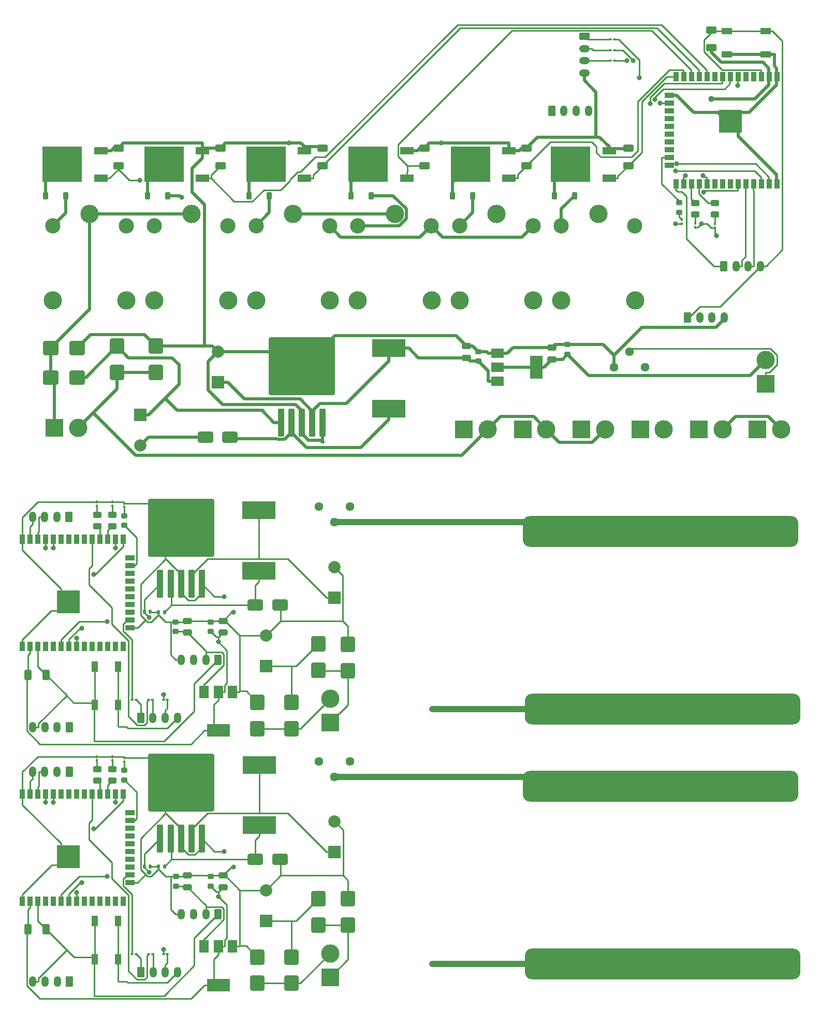
<source format=gbr>
%TF.GenerationSoftware,KiCad,Pcbnew,7.0.8*%
%TF.CreationDate,2023-11-08T20:04:04+02:00*%
%TF.ProjectId,sprinklers,73707269-6e6b-46c6-9572-732e6b696361,1.2*%
%TF.SameCoordinates,Original*%
%TF.FileFunction,Copper,L1,Top*%
%TF.FilePolarity,Positive*%
%FSLAX46Y46*%
G04 Gerber Fmt 4.6, Leading zero omitted, Abs format (unit mm)*
G04 Created by KiCad (PCBNEW 7.0.8) date 2023-11-08 20:04:04*
%MOMM*%
%LPD*%
G01*
G04 APERTURE LIST*
G04 Aperture macros list*
%AMRoundRect*
0 Rectangle with rounded corners*
0 $1 Rounding radius*
0 $2 $3 $4 $5 $6 $7 $8 $9 X,Y pos of 4 corners*
0 Add a 4 corners polygon primitive as box body*
4,1,4,$2,$3,$4,$5,$6,$7,$8,$9,$2,$3,0*
0 Add four circle primitives for the rounded corners*
1,1,$1+$1,$2,$3*
1,1,$1+$1,$4,$5*
1,1,$1+$1,$6,$7*
1,1,$1+$1,$8,$9*
0 Add four rect primitives between the rounded corners*
20,1,$1+$1,$2,$3,$4,$5,0*
20,1,$1+$1,$4,$5,$6,$7,0*
20,1,$1+$1,$6,$7,$8,$9,0*
20,1,$1+$1,$8,$9,$2,$3,0*%
%AMFreePoly0*
4,1,41,-22.500000,1.388890,-22.492142,1.520800,-22.447241,1.727208,-22.364088,1.921388,-22.245689,2.096323,-22.096323,2.245689,-21.921388,2.364088,-21.727208,2.447241,-21.520800,2.492142,-21.388890,2.500000,21.388890,2.500000,21.520800,2.492142,21.727208,2.447241,21.921388,2.364088,22.096323,2.245689,22.245689,2.096323,22.364088,1.921388,22.447241,1.727208,22.492142,1.520800,22.500000,1.388890,
22.500000,-1.388890,22.492142,-1.520800,22.447241,-1.727208,22.364088,-1.921388,22.245689,-2.096323,22.096323,-2.245689,21.921388,-2.364088,21.727208,-2.447241,21.520800,-2.492142,21.388890,-2.500000,-21.388890,-2.500000,-21.520800,-2.492142,-21.727208,-2.447241,-21.921388,-2.364088,-22.096323,-2.245689,-22.245689,-2.096323,-22.364088,-1.921388,-22.447241,-1.727208,-22.492142,-1.520800,-22.500000,-1.388890,
-22.500000,1.388890,-22.500000,1.388890,$1*%
G04 Aperture macros list end*
%TA.AperFunction,SMDPad,CuDef*%
%ADD10RoundRect,0.250000X0.300000X-2.050000X0.300000X2.050000X-0.300000X2.050000X-0.300000X-2.050000X0*%
%TD*%
%TA.AperFunction,SMDPad,CuDef*%
%ADD11RoundRect,0.250000X2.375000X-2.025000X2.375000X2.025000X-2.375000X2.025000X-2.375000X-2.025000X0*%
%TD*%
%TA.AperFunction,SMDPad,CuDef*%
%ADD12RoundRect,0.250002X5.149998X-4.449998X5.149998X4.449998X-5.149998X4.449998X-5.149998X-4.449998X0*%
%TD*%
%TA.AperFunction,ComponentPad*%
%ADD13RoundRect,0.250000X-0.350000X-0.625000X0.350000X-0.625000X0.350000X0.625000X-0.350000X0.625000X0*%
%TD*%
%TA.AperFunction,ComponentPad*%
%ADD14O,1.200000X1.750000*%
%TD*%
%TA.AperFunction,ComponentPad*%
%ADD15C,1.440000*%
%TD*%
%TA.AperFunction,SMDPad,CuDef*%
%ADD16RoundRect,0.100000X0.130000X0.100000X-0.130000X0.100000X-0.130000X-0.100000X0.130000X-0.100000X0*%
%TD*%
%TA.AperFunction,SMDPad,CuDef*%
%ADD17RoundRect,0.100000X-0.100000X0.130000X-0.100000X-0.130000X0.100000X-0.130000X0.100000X0.130000X0*%
%TD*%
%TA.AperFunction,SMDPad,CuDef*%
%ADD18RoundRect,0.250000X-1.000000X-0.650000X1.000000X-0.650000X1.000000X0.650000X-1.000000X0.650000X0*%
%TD*%
%TA.AperFunction,SMDPad,CuDef*%
%ADD19RoundRect,0.225000X0.250000X-0.225000X0.250000X0.225000X-0.250000X0.225000X-0.250000X-0.225000X0*%
%TD*%
%TA.AperFunction,SMDPad,CuDef*%
%ADD20RoundRect,0.250000X0.900000X-1.000000X0.900000X1.000000X-0.900000X1.000000X-0.900000X-1.000000X0*%
%TD*%
%TA.AperFunction,SMDPad,CuDef*%
%ADD21RoundRect,0.250000X0.475000X-0.250000X0.475000X0.250000X-0.475000X0.250000X-0.475000X-0.250000X0*%
%TD*%
%TA.AperFunction,SMDPad,CuDef*%
%ADD22RoundRect,0.243750X-0.456250X0.243750X-0.456250X-0.243750X0.456250X-0.243750X0.456250X0.243750X0*%
%TD*%
%TA.AperFunction,SMDPad,CuDef*%
%ADD23RoundRect,0.250000X-0.900000X1.000000X-0.900000X-1.000000X0.900000X-1.000000X0.900000X1.000000X0*%
%TD*%
%TA.AperFunction,SMDPad,CuDef*%
%ADD24FreePoly0,180.000000*%
%TD*%
%TA.AperFunction,ComponentPad*%
%ADD25RoundRect,0.250000X0.350000X0.625000X-0.350000X0.625000X-0.350000X-0.625000X0.350000X-0.625000X0*%
%TD*%
%TA.AperFunction,SMDPad,CuDef*%
%ADD26RoundRect,0.140000X0.140000X0.170000X-0.140000X0.170000X-0.140000X-0.170000X0.140000X-0.170000X0*%
%TD*%
%TA.AperFunction,ComponentPad*%
%ADD27R,3.000000X3.000000*%
%TD*%
%TA.AperFunction,ComponentPad*%
%ADD28C,3.000000*%
%TD*%
%TA.AperFunction,SMDPad,CuDef*%
%ADD29R,5.400000X2.900000*%
%TD*%
%TA.AperFunction,SMDPad,CuDef*%
%ADD30R,1.000000X1.700000*%
%TD*%
%TA.AperFunction,SMDPad,CuDef*%
%ADD31RoundRect,0.218750X-0.256250X0.218750X-0.256250X-0.218750X0.256250X-0.218750X0.256250X0.218750X0*%
%TD*%
%TA.AperFunction,SMDPad,CuDef*%
%ADD32R,0.900000X1.500000*%
%TD*%
%TA.AperFunction,SMDPad,CuDef*%
%ADD33R,1.500000X0.900000*%
%TD*%
%TA.AperFunction,SMDPad,CuDef*%
%ADD34R,0.900000X0.900000*%
%TD*%
%TA.AperFunction,HeatsinkPad*%
%ADD35C,0.600000*%
%TD*%
%TA.AperFunction,SMDPad,CuDef*%
%ADD36R,3.800000X3.800000*%
%TD*%
%TA.AperFunction,SMDPad,CuDef*%
%ADD37RoundRect,0.250000X-0.312500X-0.625000X0.312500X-0.625000X0.312500X0.625000X-0.312500X0.625000X0*%
%TD*%
%TA.AperFunction,ComponentPad*%
%ADD38R,2.000000X2.000000*%
%TD*%
%TA.AperFunction,ComponentPad*%
%ADD39C,2.000000*%
%TD*%
%TA.AperFunction,SMDPad,CuDef*%
%ADD40R,1.500000X2.000000*%
%TD*%
%TA.AperFunction,SMDPad,CuDef*%
%ADD41R,3.800000X2.000000*%
%TD*%
%TA.AperFunction,SMDPad,CuDef*%
%ADD42RoundRect,0.140000X-0.140000X-0.170000X0.140000X-0.170000X0.140000X0.170000X-0.140000X0.170000X0*%
%TD*%
%TA.AperFunction,SMDPad,CuDef*%
%ADD43RoundRect,0.218750X0.256250X-0.218750X0.256250X0.218750X-0.256250X0.218750X-0.256250X-0.218750X0*%
%TD*%
%TA.AperFunction,SMDPad,CuDef*%
%ADD44RoundRect,0.225000X-0.225000X-0.375000X0.225000X-0.375000X0.225000X0.375000X-0.225000X0.375000X0*%
%TD*%
%TA.AperFunction,SMDPad,CuDef*%
%ADD45RoundRect,0.243750X0.456250X-0.243750X0.456250X0.243750X-0.456250X0.243750X-0.456250X-0.243750X0*%
%TD*%
%TA.AperFunction,SMDPad,CuDef*%
%ADD46RoundRect,0.100000X-0.130000X-0.100000X0.130000X-0.100000X0.130000X0.100000X-0.130000X0.100000X0*%
%TD*%
%TA.AperFunction,ComponentPad*%
%ADD47C,2.500000*%
%TD*%
%TA.AperFunction,SMDPad,CuDef*%
%ADD48RoundRect,0.250000X0.625000X-0.312500X0.625000X0.312500X-0.625000X0.312500X-0.625000X-0.312500X0*%
%TD*%
%TA.AperFunction,ComponentPad*%
%ADD49RoundRect,0.250000X-0.625000X0.350000X-0.625000X-0.350000X0.625000X-0.350000X0.625000X0.350000X0*%
%TD*%
%TA.AperFunction,ComponentPad*%
%ADD50O,1.750000X1.200000*%
%TD*%
%TA.AperFunction,SMDPad,CuDef*%
%ADD51R,2.000000X1.500000*%
%TD*%
%TA.AperFunction,SMDPad,CuDef*%
%ADD52R,2.000000X3.800000*%
%TD*%
%TA.AperFunction,SMDPad,CuDef*%
%ADD53RoundRect,0.250000X-1.000000X-0.900000X1.000000X-0.900000X1.000000X0.900000X-1.000000X0.900000X0*%
%TD*%
%TA.AperFunction,SMDPad,CuDef*%
%ADD54R,2.200000X1.200000*%
%TD*%
%TA.AperFunction,SMDPad,CuDef*%
%ADD55R,6.400000X5.800000*%
%TD*%
%TA.AperFunction,SMDPad,CuDef*%
%ADD56RoundRect,0.100000X0.100000X-0.130000X0.100000X0.130000X-0.100000X0.130000X-0.100000X-0.130000X0*%
%TD*%
%TA.AperFunction,SMDPad,CuDef*%
%ADD57RoundRect,0.250000X1.000000X0.650000X-1.000000X0.650000X-1.000000X-0.650000X1.000000X-0.650000X0*%
%TD*%
%TA.AperFunction,SMDPad,CuDef*%
%ADD58RoundRect,0.140000X-0.170000X0.140000X-0.170000X-0.140000X0.170000X-0.140000X0.170000X0.140000X0*%
%TD*%
%TA.AperFunction,SMDPad,CuDef*%
%ADD59RoundRect,0.250000X1.000000X0.900000X-1.000000X0.900000X-1.000000X-0.900000X1.000000X-0.900000X0*%
%TD*%
%TA.AperFunction,SMDPad,CuDef*%
%ADD60R,1.700000X1.000000*%
%TD*%
%TA.AperFunction,ViaPad*%
%ADD61C,0.800000*%
%TD*%
%TA.AperFunction,ViaPad*%
%ADD62C,1.000000*%
%TD*%
%TA.AperFunction,Conductor*%
%ADD63C,0.250000*%
%TD*%
%TA.AperFunction,Conductor*%
%ADD64C,1.000000*%
%TD*%
%TA.AperFunction,Conductor*%
%ADD65C,0.500000*%
%TD*%
G04 APERTURE END LIST*
D10*
%TO.P,U1,1,VIN*%
%TO.N,Net-(D4-K)*%
X28673063Y-41490774D03*
%TO.P,U1,2,OUT*%
%TO.N,Net-(D5-K)*%
X30373063Y-41490774D03*
%TO.P,U1,3,GND*%
%TO.N,GRD*%
X32073063Y-41490774D03*
D11*
X29298063Y-34765774D03*
X34848063Y-34765774D03*
D12*
X32073063Y-32340774D03*
D11*
X29298063Y-29915774D03*
X34848063Y-29915774D03*
D10*
%TO.P,U1,4,FB*%
%TO.N,Net-(POWER1-Pin_2)*%
X33773063Y-41490774D03*
%TO.P,U1,5,~{ON}/OFF*%
%TO.N,GRD*%
X35473063Y-41490774D03*
%TD*%
D13*
%TO.P,LED1,1,Pin_1*%
%TO.N,Net-(LED1-Pin_1)*%
X25492863Y-63357874D03*
D14*
%TO.P,LED1,2,Pin_2*%
%TO.N,Net-(LED1-Pin_2)*%
X27492863Y-63357874D03*
%TO.P,LED1,3,Pin_3*%
%TO.N,Net-(LED1-Pin_3)*%
X29492863Y-63357874D03*
%TO.P,LED1,4,Pin_4*%
%TO.N,GRD*%
X31492863Y-63357874D03*
%TD*%
D15*
%TO.P,RV1,1,1*%
%TO.N,GRD*%
X59711563Y-28852374D03*
%TO.P,RV1,2,2*%
%TO.N,Net-(SENSOR1-Pin_1)*%
X57171563Y-31392374D03*
%TO.P,RV1,3,3*%
%TO.N,unconnected-(RV1-Pad3)*%
X54631563Y-28852374D03*
%TD*%
D16*
%TO.P,R11,1*%
%TO.N,Net-(LED1-Pin_1)*%
X24725163Y-60400474D03*
%TO.P,R11,2*%
%TO.N,Net-(U2-IO13)*%
X24085163Y-60400474D03*
%TD*%
D17*
%TO.P,R8,1*%
%TO.N,GRD*%
X20842301Y-28114787D03*
%TO.P,R8,2*%
%TO.N,Net-(D2-K)*%
X20842301Y-28754787D03*
%TD*%
D18*
%TO.P,D5,1,K*%
%TO.N,Net-(D5-K)*%
X44249763Y-44909674D03*
%TO.P,D5,2,A*%
%TO.N,GRD*%
X48249763Y-44909674D03*
%TD*%
D16*
%TO.P,R12,1*%
%TO.N,Net-(LED1-Pin_2)*%
X27408663Y-60400474D03*
%TO.P,R12,2*%
%TO.N,Net-(U2-IO5)*%
X26768663Y-60400474D03*
%TD*%
D19*
%TO.P,C2,1*%
%TO.N,Net-(POWER1-Pin_2)*%
X31213563Y-49270374D03*
%TO.P,C2,2*%
%TO.N,GRD*%
X31213563Y-47720374D03*
%TD*%
D20*
%TO.P,D6,1,K*%
%TO.N,Net-(AC24-IN1-Pin_1)*%
X59387563Y-55648974D03*
%TO.P,D6,2,A*%
%TO.N,GRD*%
X59387563Y-51348974D03*
%TD*%
D16*
%TO.P,R13,1*%
%TO.N,Net-(LED1-Pin_3)*%
X29852363Y-60400474D03*
%TO.P,R13,2*%
%TO.N,Net-(U2-IO4)*%
X29212363Y-60400474D03*
%TD*%
D21*
%TO.P,C1,1*%
%TO.N,Net-(POWER1-Pin_2)*%
X33117563Y-49445374D03*
%TO.P,C1,2*%
%TO.N,GRD*%
X33117563Y-47545374D03*
%TD*%
D20*
%TO.P,D8,1,K*%
%TO.N,Net-(AC24-IN1-Pin_2)*%
X44586163Y-65157374D03*
%TO.P,D8,2,A*%
%TO.N,GRD*%
X44586163Y-60857374D03*
%TD*%
D22*
%TO.P,D3,1,K*%
%TO.N,Net-(D3-K)*%
X18364254Y-30178548D03*
%TO.P,D3,2,A*%
%TO.N,Net-(D3-A)*%
X18364254Y-32053548D03*
%TD*%
D23*
%TO.P,D7,1,K*%
%TO.N,Net-(D4-K)*%
X50136163Y-60857374D03*
%TO.P,D7,2,A*%
%TO.N,Net-(AC24-IN1-Pin_2)*%
X50136163Y-65157374D03*
%TD*%
D24*
%TO.P,,1*%
%TO.N,3V3*%
X110868074Y-61951375D03*
%TD*%
D25*
%TO.P,EXT1,1,Pin_1*%
%TO.N,Net-(EXT1-Pin_1)*%
X13774663Y-30553774D03*
D14*
%TO.P,EXT1,2,Pin_2*%
%TO.N,Net-(EXT1-Pin_2)*%
X11774663Y-30553774D03*
%TO.P,EXT1,3,Pin_3*%
%TO.N,Net-(EXT1-Pin_3)*%
X9774663Y-30553774D03*
%TO.P,EXT1,4,Pin_4*%
%TO.N,Net-(EXT1-Pin_4)*%
X7774663Y-30553774D03*
%TD*%
D26*
%TO.P,C7,1*%
%TO.N,GRD*%
X27046463Y-46044474D03*
%TO.P,C7,2*%
%TO.N,Net-(D4-K)*%
X26086463Y-46044474D03*
%TD*%
D27*
%TO.P,AC24-IN1,1,Pin_1*%
%TO.N,Net-(AC24-IN1-Pin_1)*%
X56485164Y-64162292D03*
D28*
%TO.P,AC24-IN1,2,Pin_2*%
%TO.N,Net-(AC24-IN1-Pin_2)*%
X56485164Y-60282292D03*
%TD*%
D25*
%TO.P,POWER1,1,Pin_1*%
%TO.N,Net-(POWER1-Pin_1)*%
X38132763Y-53878474D03*
D14*
%TO.P,POWER1,2,Pin_2*%
%TO.N,Net-(POWER1-Pin_2)*%
X36132763Y-53878474D03*
%TO.P,POWER1,3,Pin_3*%
%TO.N,3V3*%
X34132763Y-53878474D03*
%TO.P,POWER1,4,Pin_4*%
%TO.N,GRD*%
X32132763Y-53878474D03*
%TD*%
D29*
%TO.P,L1,1,1*%
%TO.N,Net-(D5-K)*%
X44850063Y-39335974D03*
%TO.P,L1,2,2*%
%TO.N,Net-(POWER1-Pin_2)*%
X44850063Y-29435974D03*
%TD*%
D30*
%TO.P,RST_SW1,1,A*%
%TO.N,Net-(POWER1-Pin_1)*%
X17958495Y-61262272D03*
X17958495Y-54962272D03*
%TO.P,RST_SW1,2,B*%
%TO.N,GRD*%
X21758495Y-61262272D03*
X21758495Y-54962272D03*
%TD*%
D22*
%TO.P,D2,1,K*%
%TO.N,Net-(D2-K)*%
X20808675Y-30178548D03*
%TO.P,D2,2,A*%
%TO.N,Net-(D2-A)*%
X20808675Y-32053548D03*
%TD*%
D31*
%TO.P,D1,1,K*%
%TO.N,Net-(D1-K)*%
X22798675Y-30328548D03*
%TO.P,D1,2,A*%
%TO.N,Net-(D1-A)*%
X22798675Y-31903548D03*
%TD*%
D32*
%TO.P,U2,1,GND*%
%TO.N,GRD*%
X6117863Y-51705474D03*
%TO.P,U2,2,VDD*%
%TO.N,3V3*%
X7387863Y-51705474D03*
%TO.P,U2,3,EN*%
%TO.N,Net-(POWER1-Pin_1)*%
X8657863Y-51705474D03*
%TO.P,U2,4,SENSOR_VP*%
%TO.N,unconnected-(U2-SENSOR_VP-Pad4)*%
X9927863Y-51705474D03*
%TO.P,U2,5,SENSOR_VN*%
%TO.N,unconnected-(U2-SENSOR_VN-Pad5)*%
X11197863Y-51705474D03*
%TO.P,U2,6,IO34*%
%TO.N,Net-(SENSOR1-Pin_1)*%
X12467863Y-51705474D03*
%TO.P,U2,7,IO35*%
%TO.N,Net-(EXT1-Pin_1)*%
X13737863Y-51705474D03*
%TO.P,U2,8,IO32*%
%TO.N,Net-(EXT1-Pin_2)*%
X15007863Y-51705474D03*
%TO.P,U2,9,IO33*%
%TO.N,unconnected-(U2-IO33-Pad9)*%
X16277863Y-51705474D03*
%TO.P,U2,10,IO25*%
%TO.N,unconnected-(U2-IO25-Pad10)*%
X17547863Y-51705474D03*
%TO.P,U2,11,IO26*%
%TO.N,unconnected-(U2-IO26-Pad11)*%
X18817863Y-51705474D03*
%TO.P,U2,12,IO27*%
%TO.N,unconnected-(U2-IO27-Pad12)*%
X20087863Y-51705474D03*
%TO.P,U2,13,IO14*%
%TO.N,unconnected-(U2-IO14-Pad13)*%
X21357863Y-51705474D03*
%TO.P,U2,14,IO12*%
%TO.N,unconnected-(U2-IO12-Pad14)*%
X22627863Y-51705474D03*
D33*
%TO.P,U2,15,GND*%
%TO.N,GRD*%
X23722863Y-48670474D03*
%TO.P,U2,16,IO13*%
%TO.N,Net-(U2-IO13)*%
X23722863Y-47400474D03*
%TO.P,U2,17,SHD/SD2*%
%TO.N,unconnected-(U2-SHD{slash}SD2-Pad17)*%
X23722863Y-46130474D03*
%TO.P,U2,18,SWP/SD3*%
%TO.N,unconnected-(U2-SWP{slash}SD3-Pad18)*%
X23722863Y-44860474D03*
%TO.P,U2,19,SCS/CMD*%
%TO.N,unconnected-(U2-SCS{slash}CMD-Pad19)*%
X23722863Y-43590474D03*
%TO.P,U2,20,SCK/CLK*%
%TO.N,unconnected-(U2-SCK{slash}CLK-Pad20)*%
X23722863Y-42320474D03*
%TO.P,U2,21,SDO/SD0*%
%TO.N,unconnected-(U2-SDO{slash}SD0-Pad21)*%
X23722863Y-41050474D03*
%TO.P,U2,22,SDI/SD1*%
%TO.N,unconnected-(U2-SDI{slash}SD1-Pad22)*%
X23722863Y-39780474D03*
%TO.P,U2,23,IO15*%
%TO.N,Net-(D1-A)*%
X23722863Y-38510474D03*
%TO.P,U2,24,IO2*%
%TO.N,unconnected-(U2-IO2-Pad24)*%
X23722863Y-37240474D03*
D32*
%TO.P,U2,25,IO0*%
%TO.N,Net-(PROG1-Pin_1)*%
X22627863Y-34205474D03*
%TO.P,U2,26,IO4*%
%TO.N,Net-(U2-IO4)*%
X21357863Y-34205474D03*
%TO.P,U2,27,IO16*%
%TO.N,Net-(D2-A)*%
X20087863Y-34205474D03*
%TO.P,U2,28,IO17*%
%TO.N,Net-(D3-A)*%
X18817863Y-34205474D03*
%TO.P,U2,29,IO5*%
%TO.N,Net-(U2-IO5)*%
X17547863Y-34205474D03*
%TO.P,U2,30,IO18*%
%TO.N,unconnected-(U2-IO18-Pad30)*%
X16277863Y-34205474D03*
%TO.P,U2,31,IO19*%
%TO.N,unconnected-(U2-IO19-Pad31)*%
X15007863Y-34205474D03*
%TO.P,U2,32,NC*%
%TO.N,unconnected-(U2-NC-Pad32)*%
X13737863Y-34205474D03*
%TO.P,U2,33,IO21*%
%TO.N,unconnected-(U2-IO21-Pad33)*%
X12467863Y-34205474D03*
%TO.P,U2,34,RXD0/IO3*%
%TO.N,Net-(PROG1-Pin_2)*%
X11197863Y-34205474D03*
%TO.P,U2,35,TXD0/IO1*%
%TO.N,Net-(PROG1-Pin_3)*%
X9927863Y-34205474D03*
%TO.P,U2,36,IO22*%
%TO.N,Net-(EXT1-Pin_3)*%
X8657863Y-34205474D03*
%TO.P,U2,37,IO23*%
%TO.N,Net-(EXT1-Pin_4)*%
X7387863Y-34205474D03*
%TO.P,U2,38,GND*%
%TO.N,GRD*%
X6117863Y-34205474D03*
D34*
%TO.P,U2,39,GND*%
X12282863Y-45855474D03*
D35*
X12982863Y-45855474D03*
D34*
X13682863Y-45855474D03*
D35*
X14382863Y-45855474D03*
D34*
X15082863Y-45855474D03*
D35*
X12282863Y-45155474D03*
X13682863Y-45155474D03*
X15082863Y-45155474D03*
D34*
X12282863Y-44455474D03*
D35*
X12982863Y-44455474D03*
D34*
X13682863Y-44455474D03*
D36*
X13682863Y-44455474D03*
D35*
X14382863Y-44455474D03*
D34*
X15082863Y-44455474D03*
D35*
X12282863Y-43755474D03*
X13682863Y-43755474D03*
X15082863Y-43755474D03*
D34*
X12282863Y-43055474D03*
D35*
X12982863Y-43055474D03*
D34*
X13682863Y-43055474D03*
D35*
X14382863Y-43055474D03*
D34*
X15082863Y-43055474D03*
%TD*%
D17*
%TO.P,R7,1*%
%TO.N,GRD*%
X18279498Y-28094084D03*
%TO.P,R7,2*%
%TO.N,Net-(D3-K)*%
X18279498Y-28734084D03*
%TD*%
D37*
%TO.P,R10,1*%
%TO.N,3V3*%
X7077063Y-56324274D03*
%TO.P,R10,2*%
%TO.N,Net-(POWER1-Pin_1)*%
X10002063Y-56324274D03*
%TD*%
D23*
%TO.P,D4,1,K*%
%TO.N,Net-(D4-K)*%
X54538663Y-51303474D03*
%TO.P,D4,2,A*%
%TO.N,Net-(AC24-IN1-Pin_1)*%
X54538663Y-55603474D03*
%TD*%
D38*
%TO.P,C6,1*%
%TO.N,Net-(POWER1-Pin_2)*%
X57191163Y-43716174D03*
D39*
%TO.P,C6,2*%
%TO.N,GRD*%
X57191163Y-38716174D03*
%TD*%
D24*
%TO.P,,1*%
%TO.N,Net-(SENSOR1-Pin_1)*%
X110532471Y-32919476D03*
%TD*%
D40*
%TO.P,U3,1,GND*%
%TO.N,GRD*%
X40467363Y-59142474D03*
%TO.P,U3,2,VO*%
%TO.N,3V3*%
X38167363Y-59142474D03*
D41*
X38167363Y-65442474D03*
D40*
%TO.P,U3,3,VI*%
%TO.N,Net-(POWER1-Pin_2)*%
X35867363Y-59142474D03*
%TD*%
D17*
%TO.P,R9,1*%
%TO.N,GRD*%
X22792415Y-28311489D03*
%TO.P,R9,2*%
%TO.N,Net-(D1-K)*%
X22792415Y-28951489D03*
%TD*%
D21*
%TO.P,C3,1*%
%TO.N,3V3*%
X38940463Y-49445374D03*
%TO.P,C3,2*%
%TO.N,GRD*%
X38940463Y-47545374D03*
%TD*%
D25*
%TO.P,PROG1,1,Pin_1*%
%TO.N,Net-(PROG1-Pin_1)*%
X13825363Y-64907074D03*
D14*
%TO.P,PROG1,2,Pin_2*%
%TO.N,Net-(PROG1-Pin_2)*%
X11825363Y-64907074D03*
%TO.P,PROG1,3,Pin_3*%
%TO.N,Net-(PROG1-Pin_3)*%
X9825363Y-64907074D03*
%TO.P,PROG1,4,Pin_4*%
%TO.N,Net-(POWER1-Pin_1)*%
X7825363Y-64907074D03*
%TD*%
D42*
%TO.P,C8,1*%
%TO.N,GRD*%
X28399263Y-46080574D03*
%TO.P,C8,2*%
%TO.N,Net-(D5-K)*%
X29359263Y-46080574D03*
%TD*%
D38*
%TO.P,C5,1*%
%TO.N,Net-(D4-K)*%
X45991863Y-54943574D03*
D39*
%TO.P,C5,2*%
%TO.N,GRD*%
X45991863Y-49943574D03*
%TD*%
D19*
%TO.P,C4,1*%
%TO.N,3V3*%
X36909163Y-49270374D03*
%TO.P,C4,2*%
%TO.N,GRD*%
X36909163Y-47720374D03*
%TD*%
D10*
%TO.P,U1,1,VIN*%
%TO.N,Net-(D4-K)*%
X28667516Y119542D03*
%TO.P,U1,2,OUT*%
%TO.N,Net-(D5-K)*%
X30367516Y119542D03*
%TO.P,U1,3,GND*%
%TO.N,GRD*%
X32067516Y119542D03*
D11*
X29292516Y6844542D03*
X34842516Y6844542D03*
D12*
X32067516Y9269542D03*
D11*
X29292516Y11694542D03*
X34842516Y11694542D03*
D10*
%TO.P,U1,4,FB*%
%TO.N,Net-(POWER1-Pin_2)*%
X33767516Y119542D03*
%TO.P,U1,5,~{ON}/OFF*%
%TO.N,GRD*%
X35467516Y119542D03*
%TD*%
D13*
%TO.P,LED1,1,Pin_1*%
%TO.N,Net-(LED1-Pin_1)*%
X25487316Y-21747558D03*
D14*
%TO.P,LED1,2,Pin_2*%
%TO.N,Net-(LED1-Pin_2)*%
X27487316Y-21747558D03*
%TO.P,LED1,3,Pin_3*%
%TO.N,Net-(LED1-Pin_3)*%
X29487316Y-21747558D03*
%TO.P,LED1,4,Pin_4*%
%TO.N,GRD*%
X31487316Y-21747558D03*
%TD*%
D15*
%TO.P,RV1,1,1*%
%TO.N,GRD*%
X59706016Y12757942D03*
%TO.P,RV1,2,2*%
%TO.N,Net-(SENSOR1-Pin_1)*%
X57166016Y10217942D03*
%TO.P,RV1,3,3*%
%TO.N,unconnected-(RV1-Pad3)*%
X54626016Y12757942D03*
%TD*%
D16*
%TO.P,R11,1*%
%TO.N,Net-(LED1-Pin_1)*%
X24719616Y-18790158D03*
%TO.P,R11,2*%
%TO.N,Net-(U2-IO13)*%
X24079616Y-18790158D03*
%TD*%
D17*
%TO.P,R8,1*%
%TO.N,GRD*%
X20836754Y13495529D03*
%TO.P,R8,2*%
%TO.N,Net-(D2-K)*%
X20836754Y12855529D03*
%TD*%
D18*
%TO.P,D5,1,K*%
%TO.N,Net-(D5-K)*%
X44244216Y-3299358D03*
%TO.P,D5,2,A*%
%TO.N,GRD*%
X48244216Y-3299358D03*
%TD*%
D16*
%TO.P,R12,1*%
%TO.N,Net-(LED1-Pin_2)*%
X27403116Y-18790158D03*
%TO.P,R12,2*%
%TO.N,Net-(U2-IO5)*%
X26763116Y-18790158D03*
%TD*%
D19*
%TO.P,C2,1*%
%TO.N,Net-(POWER1-Pin_2)*%
X31208016Y-7660058D03*
%TO.P,C2,2*%
%TO.N,GRD*%
X31208016Y-6110058D03*
%TD*%
D20*
%TO.P,D6,1,K*%
%TO.N,Net-(AC24-IN1-Pin_1)*%
X59382016Y-14038658D03*
%TO.P,D6,2,A*%
%TO.N,GRD*%
X59382016Y-9738658D03*
%TD*%
D16*
%TO.P,R13,1*%
%TO.N,Net-(LED1-Pin_3)*%
X29846816Y-18790158D03*
%TO.P,R13,2*%
%TO.N,Net-(U2-IO4)*%
X29206816Y-18790158D03*
%TD*%
D21*
%TO.P,C1,1*%
%TO.N,Net-(POWER1-Pin_2)*%
X33112016Y-7835058D03*
%TO.P,C1,2*%
%TO.N,GRD*%
X33112016Y-5935058D03*
%TD*%
D20*
%TO.P,D8,1,K*%
%TO.N,Net-(AC24-IN1-Pin_2)*%
X44580616Y-23547058D03*
%TO.P,D8,2,A*%
%TO.N,GRD*%
X44580616Y-19247058D03*
%TD*%
D22*
%TO.P,D3,1,K*%
%TO.N,Net-(D3-K)*%
X18358707Y11431768D03*
%TO.P,D3,2,A*%
%TO.N,Net-(D3-A)*%
X18358707Y9556768D03*
%TD*%
D23*
%TO.P,D7,1,K*%
%TO.N,Net-(D4-K)*%
X50130616Y-19247058D03*
%TO.P,D7,2,A*%
%TO.N,Net-(AC24-IN1-Pin_2)*%
X50130616Y-23547058D03*
%TD*%
D24*
%TO.P,,1*%
%TO.N,3V3*%
X110862527Y-20341059D03*
%TD*%
D25*
%TO.P,EXT1,1,Pin_1*%
%TO.N,Net-(EXT1-Pin_1)*%
X13769116Y11056542D03*
D14*
%TO.P,EXT1,2,Pin_2*%
%TO.N,Net-(EXT1-Pin_2)*%
X11769116Y11056542D03*
%TO.P,EXT1,3,Pin_3*%
%TO.N,Net-(EXT1-Pin_3)*%
X9769116Y11056542D03*
%TO.P,EXT1,4,Pin_4*%
%TO.N,Net-(EXT1-Pin_4)*%
X7769116Y11056542D03*
%TD*%
D26*
%TO.P,C7,1*%
%TO.N,GRD*%
X27040916Y-4434158D03*
%TO.P,C7,2*%
%TO.N,Net-(D4-K)*%
X26080916Y-4434158D03*
%TD*%
D27*
%TO.P,AC24-IN1,1,Pin_1*%
%TO.N,Net-(AC24-IN1-Pin_1)*%
X56479617Y-22551976D03*
D28*
%TO.P,AC24-IN1,2,Pin_2*%
%TO.N,Net-(AC24-IN1-Pin_2)*%
X56479617Y-18671976D03*
%TD*%
D25*
%TO.P,POWER1,1,Pin_1*%
%TO.N,Net-(POWER1-Pin_1)*%
X38127216Y-12268158D03*
D14*
%TO.P,POWER1,2,Pin_2*%
%TO.N,Net-(POWER1-Pin_2)*%
X36127216Y-12268158D03*
%TO.P,POWER1,3,Pin_3*%
%TO.N,3V3*%
X34127216Y-12268158D03*
%TO.P,POWER1,4,Pin_4*%
%TO.N,GRD*%
X32127216Y-12268158D03*
%TD*%
D29*
%TO.P,L1,1,1*%
%TO.N,Net-(D5-K)*%
X44844516Y2274342D03*
%TO.P,L1,2,2*%
%TO.N,Net-(POWER1-Pin_2)*%
X44844516Y12174342D03*
%TD*%
D30*
%TO.P,RST_SW1,1,A*%
%TO.N,Net-(POWER1-Pin_1)*%
X17952948Y-19651956D03*
X17952948Y-13351956D03*
%TO.P,RST_SW1,2,B*%
%TO.N,GRD*%
X21752948Y-19651956D03*
X21752948Y-13351956D03*
%TD*%
D22*
%TO.P,D2,1,K*%
%TO.N,Net-(D2-K)*%
X20803128Y11431768D03*
%TO.P,D2,2,A*%
%TO.N,Net-(D2-A)*%
X20803128Y9556768D03*
%TD*%
D31*
%TO.P,D1,1,K*%
%TO.N,Net-(D1-K)*%
X22793128Y11281768D03*
%TO.P,D1,2,A*%
%TO.N,Net-(D1-A)*%
X22793128Y9706768D03*
%TD*%
D32*
%TO.P,U2,1,GND*%
%TO.N,GRD*%
X6112316Y-10095158D03*
%TO.P,U2,2,VDD*%
%TO.N,3V3*%
X7382316Y-10095158D03*
%TO.P,U2,3,EN*%
%TO.N,Net-(POWER1-Pin_1)*%
X8652316Y-10095158D03*
%TO.P,U2,4,SENSOR_VP*%
%TO.N,unconnected-(U2-SENSOR_VP-Pad4)*%
X9922316Y-10095158D03*
%TO.P,U2,5,SENSOR_VN*%
%TO.N,unconnected-(U2-SENSOR_VN-Pad5)*%
X11192316Y-10095158D03*
%TO.P,U2,6,IO34*%
%TO.N,Net-(SENSOR1-Pin_1)*%
X12462316Y-10095158D03*
%TO.P,U2,7,IO35*%
%TO.N,Net-(EXT1-Pin_1)*%
X13732316Y-10095158D03*
%TO.P,U2,8,IO32*%
%TO.N,Net-(EXT1-Pin_2)*%
X15002316Y-10095158D03*
%TO.P,U2,9,IO33*%
%TO.N,unconnected-(U2-IO33-Pad9)*%
X16272316Y-10095158D03*
%TO.P,U2,10,IO25*%
%TO.N,unconnected-(U2-IO25-Pad10)*%
X17542316Y-10095158D03*
%TO.P,U2,11,IO26*%
%TO.N,unconnected-(U2-IO26-Pad11)*%
X18812316Y-10095158D03*
%TO.P,U2,12,IO27*%
%TO.N,unconnected-(U2-IO27-Pad12)*%
X20082316Y-10095158D03*
%TO.P,U2,13,IO14*%
%TO.N,unconnected-(U2-IO14-Pad13)*%
X21352316Y-10095158D03*
%TO.P,U2,14,IO12*%
%TO.N,unconnected-(U2-IO12-Pad14)*%
X22622316Y-10095158D03*
D33*
%TO.P,U2,15,GND*%
%TO.N,GRD*%
X23717316Y-7060158D03*
%TO.P,U2,16,IO13*%
%TO.N,Net-(U2-IO13)*%
X23717316Y-5790158D03*
%TO.P,U2,17,SHD/SD2*%
%TO.N,unconnected-(U2-SHD{slash}SD2-Pad17)*%
X23717316Y-4520158D03*
%TO.P,U2,18,SWP/SD3*%
%TO.N,unconnected-(U2-SWP{slash}SD3-Pad18)*%
X23717316Y-3250158D03*
%TO.P,U2,19,SCS/CMD*%
%TO.N,unconnected-(U2-SCS{slash}CMD-Pad19)*%
X23717316Y-1980158D03*
%TO.P,U2,20,SCK/CLK*%
%TO.N,unconnected-(U2-SCK{slash}CLK-Pad20)*%
X23717316Y-710158D03*
%TO.P,U2,21,SDO/SD0*%
%TO.N,unconnected-(U2-SDO{slash}SD0-Pad21)*%
X23717316Y559842D03*
%TO.P,U2,22,SDI/SD1*%
%TO.N,unconnected-(U2-SDI{slash}SD1-Pad22)*%
X23717316Y1829842D03*
%TO.P,U2,23,IO15*%
%TO.N,Net-(D1-A)*%
X23717316Y3099842D03*
%TO.P,U2,24,IO2*%
%TO.N,unconnected-(U2-IO2-Pad24)*%
X23717316Y4369842D03*
D32*
%TO.P,U2,25,IO0*%
%TO.N,Net-(PROG1-Pin_1)*%
X22622316Y7404842D03*
%TO.P,U2,26,IO4*%
%TO.N,Net-(U2-IO4)*%
X21352316Y7404842D03*
%TO.P,U2,27,IO16*%
%TO.N,Net-(D2-A)*%
X20082316Y7404842D03*
%TO.P,U2,28,IO17*%
%TO.N,Net-(D3-A)*%
X18812316Y7404842D03*
%TO.P,U2,29,IO5*%
%TO.N,Net-(U2-IO5)*%
X17542316Y7404842D03*
%TO.P,U2,30,IO18*%
%TO.N,unconnected-(U2-IO18-Pad30)*%
X16272316Y7404842D03*
%TO.P,U2,31,IO19*%
%TO.N,unconnected-(U2-IO19-Pad31)*%
X15002316Y7404842D03*
%TO.P,U2,32,NC*%
%TO.N,unconnected-(U2-NC-Pad32)*%
X13732316Y7404842D03*
%TO.P,U2,33,IO21*%
%TO.N,unconnected-(U2-IO21-Pad33)*%
X12462316Y7404842D03*
%TO.P,U2,34,RXD0/IO3*%
%TO.N,Net-(PROG1-Pin_2)*%
X11192316Y7404842D03*
%TO.P,U2,35,TXD0/IO1*%
%TO.N,Net-(PROG1-Pin_3)*%
X9922316Y7404842D03*
%TO.P,U2,36,IO22*%
%TO.N,Net-(EXT1-Pin_3)*%
X8652316Y7404842D03*
%TO.P,U2,37,IO23*%
%TO.N,Net-(EXT1-Pin_4)*%
X7382316Y7404842D03*
%TO.P,U2,38,GND*%
%TO.N,GRD*%
X6112316Y7404842D03*
D34*
%TO.P,U2,39,GND*%
X12277316Y-4245158D03*
D35*
X12977316Y-4245158D03*
D34*
X13677316Y-4245158D03*
D35*
X14377316Y-4245158D03*
D34*
X15077316Y-4245158D03*
D35*
X12277316Y-3545158D03*
X13677316Y-3545158D03*
X15077316Y-3545158D03*
D34*
X12277316Y-2845158D03*
D35*
X12977316Y-2845158D03*
D34*
X13677316Y-2845158D03*
D36*
X13677316Y-2845158D03*
D35*
X14377316Y-2845158D03*
D34*
X15077316Y-2845158D03*
D35*
X12277316Y-2145158D03*
X13677316Y-2145158D03*
X15077316Y-2145158D03*
D34*
X12277316Y-1445158D03*
D35*
X12977316Y-1445158D03*
D34*
X13677316Y-1445158D03*
D35*
X14377316Y-1445158D03*
D34*
X15077316Y-1445158D03*
%TD*%
D17*
%TO.P,R7,1*%
%TO.N,GRD*%
X18273951Y13516232D03*
%TO.P,R7,2*%
%TO.N,Net-(D3-K)*%
X18273951Y12876232D03*
%TD*%
D37*
%TO.P,R10,1*%
%TO.N,3V3*%
X7071516Y-14713958D03*
%TO.P,R10,2*%
%TO.N,Net-(POWER1-Pin_1)*%
X9996516Y-14713958D03*
%TD*%
D23*
%TO.P,D4,1,K*%
%TO.N,Net-(D4-K)*%
X54533116Y-9693158D03*
%TO.P,D4,2,A*%
%TO.N,Net-(AC24-IN1-Pin_1)*%
X54533116Y-13993158D03*
%TD*%
D38*
%TO.P,C6,1*%
%TO.N,Net-(POWER1-Pin_2)*%
X57185616Y-2105858D03*
D39*
%TO.P,C6,2*%
%TO.N,GRD*%
X57185616Y2894142D03*
%TD*%
D24*
%TO.P,,1*%
%TO.N,Net-(SENSOR1-Pin_1)*%
X110526924Y8690840D03*
%TD*%
D40*
%TO.P,U3,1,GND*%
%TO.N,GRD*%
X40461816Y-17532158D03*
%TO.P,U3,2,VO*%
%TO.N,3V3*%
X38161816Y-17532158D03*
D41*
X38161816Y-23832158D03*
D40*
%TO.P,U3,3,VI*%
%TO.N,Net-(POWER1-Pin_2)*%
X35861816Y-17532158D03*
%TD*%
D17*
%TO.P,R9,1*%
%TO.N,GRD*%
X22786868Y13298827D03*
%TO.P,R9,2*%
%TO.N,Net-(D1-K)*%
X22786868Y12658827D03*
%TD*%
D21*
%TO.P,C3,1*%
%TO.N,3V3*%
X38934916Y-7835058D03*
%TO.P,C3,2*%
%TO.N,GRD*%
X38934916Y-5935058D03*
%TD*%
D25*
%TO.P,PROG1,1,Pin_1*%
%TO.N,Net-(PROG1-Pin_1)*%
X13819816Y-23296758D03*
D14*
%TO.P,PROG1,2,Pin_2*%
%TO.N,Net-(PROG1-Pin_2)*%
X11819816Y-23296758D03*
%TO.P,PROG1,3,Pin_3*%
%TO.N,Net-(PROG1-Pin_3)*%
X9819816Y-23296758D03*
%TO.P,PROG1,4,Pin_4*%
%TO.N,Net-(POWER1-Pin_1)*%
X7819816Y-23296758D03*
%TD*%
D42*
%TO.P,C8,1*%
%TO.N,GRD*%
X28393716Y-4470258D03*
%TO.P,C8,2*%
%TO.N,Net-(D5-K)*%
X29353716Y-4470258D03*
%TD*%
D38*
%TO.P,C5,1*%
%TO.N,Net-(D4-K)*%
X45986316Y-13333258D03*
D39*
%TO.P,C5,2*%
%TO.N,GRD*%
X45986316Y-8333258D03*
%TD*%
D19*
%TO.P,C4,1*%
%TO.N,3V3*%
X36903616Y-7660058D03*
%TO.P,C4,2*%
%TO.N,GRD*%
X36903616Y-6110058D03*
%TD*%
D43*
%TO.P,D1,1,K*%
%TO.N,Net-(D1-K)*%
X113523362Y60890421D03*
%TO.P,D1,2,A*%
%TO.N,Net-(D1-A)*%
X113523362Y62465421D03*
%TD*%
D44*
%TO.P,D12,1,K*%
%TO.N,Net-(D12-K)*%
X59851000Y63598500D03*
%TO.P,D12,2,A*%
%TO.N,Net-(D12-A)*%
X63151000Y63598500D03*
%TD*%
D45*
%TO.P,D2,1,K*%
%TO.N,Net-(D2-K)*%
X116201485Y60547225D03*
%TO.P,D2,2,A*%
%TO.N,Net-(D2-A)*%
X116201485Y62422225D03*
%TD*%
D46*
%TO.P,R11,1*%
%TO.N,Net-(LED1-Pin_1)*%
X102324000Y89138600D03*
%TO.P,R11,2*%
%TO.N,Net-(U2-IO13)*%
X102964000Y89138600D03*
%TD*%
D28*
%TO.P,K4,1*%
%TO.N,Net-(AC24-IN1-Pin_1)*%
X67056000Y60636000D03*
D47*
%TO.P,K4,2*%
%TO.N,Net-(D12-A)*%
X61006000Y58686000D03*
D28*
%TO.P,K4,3*%
%TO.N,Net-(J4-Pin_1)*%
X61006000Y46486000D03*
%TO.P,K4,4*%
%TO.N,unconnected-(K4-Pad4)*%
X73056000Y46436000D03*
D47*
%TO.P,K4,5*%
%TO.N,5V*%
X73006000Y58686000D03*
%TD*%
D28*
%TO.P,K2,1*%
%TO.N,Net-(AC24-IN1-Pin_1)*%
X33782000Y60636000D03*
D47*
%TO.P,K2,2*%
%TO.N,Net-(D10-A)*%
X27732000Y58686000D03*
D28*
%TO.P,K2,3*%
%TO.N,Net-(J2-Pin_1)*%
X27732000Y46486000D03*
%TO.P,K2,4*%
%TO.N,unconnected-(K2-Pad4)*%
X39782000Y46436000D03*
D47*
%TO.P,K2,5*%
%TO.N,5V*%
X39732000Y58686000D03*
%TD*%
D19*
%TO.P,C4,1*%
%TO.N,3V3*%
X95300000Y37688900D03*
%TO.P,C4,2*%
%TO.N,GRD*%
X95300000Y39238900D03*
%TD*%
D27*
%TO.P,AC24-IN1,1,Pin_1*%
%TO.N,Net-(AC24-IN1-Pin_1)*%
X11360000Y25646000D03*
D28*
%TO.P,AC24-IN1,2,Pin_2*%
%TO.N,Net-(AC24-IN1-Pin_2)*%
X15240000Y25646000D03*
%TD*%
D21*
%TO.P,C3,1*%
%TO.N,3V3*%
X92760000Y36858600D03*
%TO.P,C3,2*%
%TO.N,GRD*%
X92760000Y38758600D03*
%TD*%
D15*
%TO.P,RV1,1,1*%
%TO.N,GRD*%
X102870000Y35560000D03*
%TO.P,RV1,2,2*%
%TO.N,Net-(SENSOR1-Pin_1)*%
X105410000Y38100000D03*
%TO.P,RV1,3,3*%
%TO.N,unconnected-(RV1-Pad3)*%
X107950000Y35560000D03*
%TD*%
D48*
%TO.P,R3,1*%
%TO.N,Net-(Q3-G)*%
X55192500Y68454400D03*
%TO.P,R3,2*%
%TO.N,GRD*%
X55192500Y71379400D03*
%TD*%
D49*
%TO.P,LED1,1,Pin_1*%
%TO.N,Net-(LED1-Pin_1)*%
X98060000Y89630000D03*
D50*
%TO.P,LED1,2,Pin_2*%
%TO.N,Net-(LED1-Pin_2)*%
X98060000Y87630000D03*
%TO.P,LED1,3,Pin_3*%
%TO.N,Net-(LED1-Pin_3)*%
X98060000Y85630000D03*
%TO.P,LED1,4,Pin_4*%
%TO.N,GRD*%
X98060000Y83630000D03*
%TD*%
D45*
%TO.P,D3,1,K*%
%TO.N,Net-(D3-K)*%
X119419856Y60550501D03*
%TO.P,D3,2,A*%
%TO.N,Net-(D3-A)*%
X119419856Y62425501D03*
%TD*%
D51*
%TO.P,U3,1,GND*%
%TO.N,GRD*%
X83870000Y37860000D03*
%TO.P,U3,2,VO*%
%TO.N,3V3*%
X83870000Y35560000D03*
D52*
X90170000Y35560000D03*
D51*
%TO.P,U3,3,VI*%
%TO.N,5V*%
X83870000Y33260000D03*
%TD*%
D27*
%TO.P,J4,1,Pin_1*%
%TO.N,Net-(J4-Pin_1)*%
X107163000Y25400000D03*
D28*
%TO.P,J4,2,Pin_2*%
%TO.N,Net-(AC24-IN1-Pin_2)*%
X111043000Y25400000D03*
%TD*%
D44*
%TO.P,D9,1,K*%
%TO.N,Net-(D9-K)*%
X43214000Y63598500D03*
%TO.P,D9,2,A*%
%TO.N,Net-(D9-A)*%
X46514000Y63598500D03*
%TD*%
D28*
%TO.P,K5,1*%
%TO.N,Net-(AC24-IN1-Pin_1)*%
X83693000Y60636000D03*
D47*
%TO.P,K5,2*%
%TO.N,Net-(D13-A)*%
X77643000Y58686000D03*
D28*
%TO.P,K5,3*%
%TO.N,Net-(J5-Pin_1)*%
X77643000Y46486000D03*
%TO.P,K5,4*%
%TO.N,unconnected-(K5-Pad4)*%
X89693000Y46436000D03*
D47*
%TO.P,K5,5*%
%TO.N,5V*%
X89643000Y58686000D03*
%TD*%
D38*
%TO.P,C5,1*%
%TO.N,Net-(D4-K)*%
X25400000Y27767700D03*
D39*
%TO.P,C5,2*%
%TO.N,GRD*%
X25400000Y22767700D03*
%TD*%
D48*
%TO.P,R10,1*%
%TO.N,3V3*%
X118815600Y87773300D03*
%TO.P,R10,2*%
%TO.N,Net-(POWER1-Pin_1)*%
X118815600Y90698300D03*
%TD*%
D44*
%TO.P,D14,1,K*%
%TO.N,Net-(D14-K)*%
X93125000Y63598500D03*
%TO.P,D14,2,A*%
%TO.N,Net-(D14-A)*%
X96425000Y63598500D03*
%TD*%
D53*
%TO.P,D6,1,K*%
%TO.N,Net-(AC24-IN1-Pin_1)*%
X10766600Y38640600D03*
%TO.P,D6,2,A*%
%TO.N,GRD*%
X15066600Y38640600D03*
%TD*%
D38*
%TO.P,C6,1*%
%TO.N,5V*%
X38100000Y33100000D03*
D39*
%TO.P,C6,2*%
%TO.N,GRD*%
X38100000Y38100000D03*
%TD*%
D28*
%TO.P,K1,1*%
%TO.N,Net-(AC24-IN1-Pin_1)*%
X17145000Y60636000D03*
D47*
%TO.P,K1,2*%
%TO.N,Net-(D11-A)*%
X11095000Y58686000D03*
D28*
%TO.P,K1,3*%
%TO.N,Net-(J1-Pin_1)*%
X11095000Y46486000D03*
%TO.P,K1,4*%
%TO.N,unconnected-(K1-Pad4)*%
X23145000Y46436000D03*
D47*
%TO.P,K1,5*%
%TO.N,5V*%
X23095000Y58686000D03*
%TD*%
D10*
%TO.P,U1,1,VIN*%
%TO.N,Net-(D4-K)*%
X48435000Y26525000D03*
%TO.P,U1,2,OUT*%
%TO.N,Net-(D5-K)*%
X50135000Y26525000D03*
%TO.P,U1,3,GND*%
%TO.N,GRD*%
X51835000Y26525000D03*
D11*
X49060000Y33250000D03*
X54610000Y33250000D03*
D12*
X51835000Y35675000D03*
D11*
X49060000Y38100000D03*
X54610000Y38100000D03*
D10*
%TO.P,U1,4,FB*%
%TO.N,5V*%
X53535000Y26525000D03*
%TO.P,U1,5,~{ON}/OFF*%
%TO.N,GRD*%
X55235000Y26525000D03*
%TD*%
D54*
%TO.P,Q1,1,G*%
%TO.N,Net-(Q1-G)*%
X18945000Y66413300D03*
D55*
%TO.P,Q1,2,D*%
%TO.N,Net-(D11-K)*%
X12645000Y68693300D03*
D54*
%TO.P,Q1,3,S*%
%TO.N,GRD*%
X18945000Y70973300D03*
%TD*%
D29*
%TO.P,L1,1,1*%
%TO.N,Net-(D5-K)*%
X66063300Y28747600D03*
%TO.P,L1,2,2*%
%TO.N,5V*%
X66063300Y38647600D03*
%TD*%
D54*
%TO.P,Q2,1,G*%
%TO.N,Net-(Q2-G)*%
X35575900Y66413300D03*
D55*
%TO.P,Q2,2,D*%
%TO.N,Net-(D10-K)*%
X29275900Y68693300D03*
D54*
%TO.P,Q2,3,S*%
%TO.N,GRD*%
X35575900Y70973300D03*
%TD*%
D56*
%TO.P,R9,1*%
%TO.N,GRD*%
X113991104Y59026939D03*
%TO.P,R9,2*%
%TO.N,Net-(D1-K)*%
X113991104Y59666939D03*
%TD*%
D27*
%TO.P,J5,1,Pin_1*%
%TO.N,Net-(J5-Pin_1)*%
X116770000Y25400000D03*
D28*
%TO.P,J5,2,Pin_2*%
%TO.N,Net-(AC24-IN1-Pin_2)*%
X120650000Y25400000D03*
%TD*%
D57*
%TO.P,D5,1,K*%
%TO.N,Net-(D5-K)*%
X40100000Y24130000D03*
%TO.P,D5,2,A*%
%TO.N,GRD*%
X36100000Y24130000D03*
%TD*%
D27*
%TO.P,SENSOR1,1,Pin_1*%
%TO.N,Net-(SENSOR1-Pin_1)*%
X127691800Y32868900D03*
D28*
%TO.P,SENSOR1,2,Pin_2*%
%TO.N,3V3*%
X127691800Y36748900D03*
%TD*%
D54*
%TO.P,Q5,1,G*%
%TO.N,Net-(Q5-G)*%
X85703200Y66413300D03*
D55*
%TO.P,Q5,2,D*%
%TO.N,Net-(D13-K)*%
X79403200Y68693300D03*
D54*
%TO.P,Q5,3,S*%
%TO.N,GRD*%
X85703200Y70973300D03*
%TD*%
%TO.P,Q4,1,G*%
%TO.N,Net-(Q4-G)*%
X68994100Y66413300D03*
D55*
%TO.P,Q4,2,D*%
%TO.N,Net-(D12-K)*%
X62694100Y68693300D03*
D54*
%TO.P,Q4,3,S*%
%TO.N,GRD*%
X68994100Y70973300D03*
%TD*%
D48*
%TO.P,R5,1*%
%TO.N,Net-(Q5-G)*%
X88540600Y68454400D03*
%TO.P,R5,2*%
%TO.N,GRD*%
X88540600Y71379400D03*
%TD*%
D44*
%TO.P,D13,1,K*%
%TO.N,Net-(D13-K)*%
X76488000Y63598500D03*
%TO.P,D13,2,A*%
%TO.N,Net-(D13-A)*%
X79788000Y63598500D03*
%TD*%
%TO.P,D10,1,K*%
%TO.N,Net-(D10-K)*%
X26577000Y63598500D03*
%TO.P,D10,2,A*%
%TO.N,Net-(D10-A)*%
X29877000Y63598500D03*
%TD*%
D54*
%TO.P,Q6,1,G*%
%TO.N,Net-(Q6-G)*%
X102081100Y66413300D03*
D55*
%TO.P,Q6,2,D*%
%TO.N,Net-(D14-K)*%
X95781100Y68693300D03*
D54*
%TO.P,Q6,3,S*%
%TO.N,GRD*%
X102081100Y70973300D03*
%TD*%
D13*
%TO.P,POWER1,1,Pin_1*%
%TO.N,Net-(POWER1-Pin_1)*%
X114904429Y43687015D03*
D14*
%TO.P,POWER1,2,Pin_2*%
%TO.N,5V*%
X116904429Y43687015D03*
%TO.P,POWER1,3,Pin_3*%
%TO.N,3V3*%
X118904429Y43687015D03*
%TO.P,POWER1,4,Pin_4*%
%TO.N,GRD*%
X120904429Y43687015D03*
%TD*%
D44*
%TO.P,D11,1,K*%
%TO.N,Net-(D11-K)*%
X9895000Y63598500D03*
%TO.P,D11,2,A*%
%TO.N,Net-(D11-A)*%
X13195000Y63598500D03*
%TD*%
D20*
%TO.P,D8,1,K*%
%TO.N,Net-(AC24-IN1-Pin_2)*%
X27940000Y34680000D03*
%TO.P,D8,2,A*%
%TO.N,GRD*%
X27940000Y38980000D03*
%TD*%
D21*
%TO.P,C1,1*%
%TO.N,5V*%
X78776900Y37111800D03*
%TO.P,C1,2*%
%TO.N,GRD*%
X78776900Y39011800D03*
%TD*%
D58*
%TO.P,C8,1*%
%TO.N,GRD*%
X55237900Y23348400D03*
%TO.P,C8,2*%
%TO.N,Net-(D5-K)*%
X55237900Y22388400D03*
%TD*%
D32*
%TO.P,U2,1,GND*%
%TO.N,GRD*%
X129515000Y83036000D03*
%TO.P,U2,2,VDD*%
%TO.N,3V3*%
X128245000Y83036000D03*
%TO.P,U2,3,EN*%
%TO.N,Net-(POWER1-Pin_1)*%
X126975000Y83036000D03*
%TO.P,U2,4,SENSOR_VP*%
%TO.N,unconnected-(U2-SENSOR_VP-Pad4)*%
X125705000Y83036000D03*
%TO.P,U2,5,SENSOR_VN*%
%TO.N,unconnected-(U2-SENSOR_VN-Pad5)*%
X124435000Y83036000D03*
%TO.P,U2,6,IO34*%
%TO.N,Net-(SENSOR1-Pin_1)*%
X123165000Y83036000D03*
%TO.P,U2,7,IO35*%
%TO.N,Net-(EXT1-Pin_1)*%
X121895000Y83036000D03*
%TO.P,U2,8,IO32*%
%TO.N,Net-(EXT1-Pin_2)*%
X120625000Y83036000D03*
%TO.P,U2,9,IO33*%
%TO.N,unconnected-(U2-IO33-Pad9)*%
X119355000Y83036000D03*
%TO.P,U2,10,IO25*%
%TO.N,Net-(Q2-G)*%
X118085000Y83036000D03*
%TO.P,U2,11,IO26*%
%TO.N,Net-(Q3-G)*%
X116815000Y83036000D03*
%TO.P,U2,12,IO27*%
%TO.N,Net-(Q4-G)*%
X115545000Y83036000D03*
%TO.P,U2,13,IO14*%
%TO.N,Net-(Q5-G)*%
X114275000Y83036000D03*
%TO.P,U2,14,IO12*%
%TO.N,Net-(Q6-G)*%
X113005000Y83036000D03*
D33*
%TO.P,U2,15,GND*%
%TO.N,GRD*%
X111910000Y80001000D03*
%TO.P,U2,16,IO13*%
%TO.N,Net-(U2-IO13)*%
X111910000Y78731000D03*
%TO.P,U2,17,SHD/SD2*%
%TO.N,unconnected-(U2-SHD{slash}SD2-Pad17)*%
X111910000Y77461000D03*
%TO.P,U2,18,SWP/SD3*%
%TO.N,unconnected-(U2-SWP{slash}SD3-Pad18)*%
X111910000Y76191000D03*
%TO.P,U2,19,SCS/CMD*%
%TO.N,unconnected-(U2-SCS{slash}CMD-Pad19)*%
X111910000Y74921000D03*
%TO.P,U2,20,SCK/CLK*%
%TO.N,unconnected-(U2-SCK{slash}CLK-Pad20)*%
X111910000Y73651000D03*
%TO.P,U2,21,SDO/SD0*%
%TO.N,unconnected-(U2-SDO{slash}SD0-Pad21)*%
X111910000Y72381000D03*
%TO.P,U2,22,SDI/SD1*%
%TO.N,unconnected-(U2-SDI{slash}SD1-Pad22)*%
X111910000Y71111000D03*
%TO.P,U2,23,IO15*%
%TO.N,Net-(D1-A)*%
X111910000Y69841000D03*
%TO.P,U2,24,IO2*%
%TO.N,unconnected-(U2-IO2-Pad24)*%
X111910000Y68571000D03*
D32*
%TO.P,U2,25,IO0*%
%TO.N,Net-(PROG1-Pin_1)*%
X113005000Y65536000D03*
%TO.P,U2,26,IO4*%
%TO.N,Net-(U2-IO4)*%
X114275000Y65536000D03*
%TO.P,U2,27,IO16*%
%TO.N,Net-(D2-A)*%
X115545000Y65536000D03*
%TO.P,U2,28,IO17*%
%TO.N,Net-(D3-A)*%
X116815000Y65536000D03*
%TO.P,U2,29,IO5*%
%TO.N,Net-(U2-IO5)*%
X118085000Y65536000D03*
%TO.P,U2,30,IO18*%
%TO.N,unconnected-(U2-IO18-Pad30)*%
X119355000Y65536000D03*
%TO.P,U2,31,IO19*%
%TO.N,unconnected-(U2-IO19-Pad31)*%
X120625000Y65536000D03*
%TO.P,U2,32,NC*%
%TO.N,unconnected-(U2-NC-Pad32)*%
X121895000Y65536000D03*
%TO.P,U2,33,IO21*%
%TO.N,Net-(Q1-G)*%
X123165000Y65536000D03*
%TO.P,U2,34,RXD0/IO3*%
%TO.N,Net-(PROG1-Pin_2)*%
X124435000Y65536000D03*
%TO.P,U2,35,TXD0/IO1*%
%TO.N,Net-(PROG1-Pin_3)*%
X125705000Y65536000D03*
%TO.P,U2,36,IO22*%
%TO.N,Net-(EXT1-Pin_3)*%
X126975000Y65536000D03*
%TO.P,U2,37,IO23*%
%TO.N,Net-(EXT1-Pin_4)*%
X128245000Y65536000D03*
%TO.P,U2,38,GND*%
%TO.N,GRD*%
X129515000Y65536000D03*
D34*
%TO.P,U2,39,GND*%
X123350000Y77186000D03*
D35*
X122650000Y77186000D03*
D34*
X121950000Y77186000D03*
D35*
X121250000Y77186000D03*
D34*
X120550000Y77186000D03*
D35*
X123350000Y76486000D03*
X121950000Y76486000D03*
X120550000Y76486000D03*
D34*
X123350000Y75786000D03*
D35*
X122650000Y75786000D03*
D34*
X121950000Y75786000D03*
D36*
X121950000Y75786000D03*
D35*
X121250000Y75786000D03*
D34*
X120550000Y75786000D03*
D35*
X123350000Y75086000D03*
X121950000Y75086000D03*
X120550000Y75086000D03*
D34*
X123350000Y74386000D03*
D35*
X122650000Y74386000D03*
D34*
X121950000Y74386000D03*
D35*
X121250000Y74386000D03*
D34*
X120550000Y74386000D03*
%TD*%
D27*
%TO.P,J2,1,Pin_1*%
%TO.N,Net-(J2-Pin_1)*%
X87949000Y25400000D03*
D28*
%TO.P,J2,2,Pin_2*%
%TO.N,Net-(AC24-IN1-Pin_2)*%
X91829000Y25400000D03*
%TD*%
D13*
%TO.P,EXT1,1,Pin_1*%
%TO.N,Net-(EXT1-Pin_1)*%
X92710000Y77470000D03*
D14*
%TO.P,EXT1,2,Pin_2*%
%TO.N,Net-(EXT1-Pin_2)*%
X94710000Y77470000D03*
%TO.P,EXT1,3,Pin_3*%
%TO.N,Net-(EXT1-Pin_3)*%
X96710000Y77470000D03*
%TO.P,EXT1,4,Pin_4*%
%TO.N,Net-(EXT1-Pin_4)*%
X98710000Y77470000D03*
%TD*%
D13*
%TO.P,PROG1,1,Pin_1*%
%TO.N,Net-(PROG1-Pin_1)*%
X120850130Y52070001D03*
D14*
%TO.P,PROG1,2,Pin_2*%
%TO.N,Net-(PROG1-Pin_2)*%
X122850130Y52070001D03*
%TO.P,PROG1,3,Pin_3*%
%TO.N,Net-(PROG1-Pin_3)*%
X124850130Y52070001D03*
%TO.P,PROG1,4,Pin_4*%
%TO.N,Net-(POWER1-Pin_1)*%
X126850130Y52070001D03*
%TD*%
D48*
%TO.P,R2,1*%
%TO.N,Net-(Q2-G)*%
X38518400Y68454400D03*
%TO.P,R2,2*%
%TO.N,GRD*%
X38518400Y71379400D03*
%TD*%
D56*
%TO.P,R7,1*%
%TO.N,GRD*%
X119404543Y58354706D03*
%TO.P,R7,2*%
%TO.N,Net-(D3-K)*%
X119404543Y58994706D03*
%TD*%
D19*
%TO.P,C2,1*%
%TO.N,5V*%
X80685300Y36549700D03*
%TO.P,C2,2*%
%TO.N,GRD*%
X80685300Y38099700D03*
%TD*%
D48*
%TO.P,R4,1*%
%TO.N,Net-(Q4-G)*%
X71866600Y68454400D03*
%TO.P,R4,2*%
%TO.N,GRD*%
X71866600Y71379400D03*
%TD*%
D58*
%TO.P,C7,1*%
%TO.N,GRD*%
X45303600Y29459400D03*
%TO.P,C7,2*%
%TO.N,Net-(D4-K)*%
X45303600Y28499400D03*
%TD*%
D28*
%TO.P,K3,1*%
%TO.N,Net-(AC24-IN1-Pin_1)*%
X50419000Y60636000D03*
D47*
%TO.P,K3,2*%
%TO.N,Net-(D9-A)*%
X44369000Y58686000D03*
D28*
%TO.P,K3,3*%
%TO.N,Net-(J3-Pin_1)*%
X44369000Y46486000D03*
%TO.P,K3,4*%
%TO.N,unconnected-(K3-Pad4)*%
X56419000Y46436000D03*
D47*
%TO.P,K3,5*%
%TO.N,5V*%
X56369000Y58686000D03*
%TD*%
D56*
%TO.P,R8,1*%
%TO.N,GRD*%
X116199527Y58406240D03*
%TO.P,R8,2*%
%TO.N,Net-(D2-K)*%
X116199527Y59046240D03*
%TD*%
D27*
%TO.P,J3,1,Pin_1*%
%TO.N,Net-(J3-Pin_1)*%
X97556000Y25400000D03*
D28*
%TO.P,J3,2,Pin_2*%
%TO.N,Net-(AC24-IN1-Pin_2)*%
X101436000Y25400000D03*
%TD*%
D48*
%TO.P,R6,1*%
%TO.N,Net-(Q6-G)*%
X105214700Y68454400D03*
%TO.P,R6,2*%
%TO.N,GRD*%
X105214700Y71379400D03*
%TD*%
D46*
%TO.P,R13,1*%
%TO.N,Net-(LED1-Pin_3)*%
X102324000Y85638600D03*
%TO.P,R13,2*%
%TO.N,Net-(U2-IO4)*%
X102964000Y85638600D03*
%TD*%
D48*
%TO.P,R1,1*%
%TO.N,Net-(Q1-G)*%
X21844400Y68454400D03*
%TO.P,R1,2*%
%TO.N,GRD*%
X21844400Y71379400D03*
%TD*%
D59*
%TO.P,D4,1,K*%
%TO.N,Net-(D4-K)*%
X15060600Y33877500D03*
%TO.P,D4,2,A*%
%TO.N,Net-(AC24-IN1-Pin_1)*%
X10760600Y33877500D03*
%TD*%
D23*
%TO.P,D7,1,K*%
%TO.N,Net-(D4-K)*%
X21590000Y38980000D03*
%TO.P,D7,2,A*%
%TO.N,Net-(AC24-IN1-Pin_2)*%
X21590000Y34680000D03*
%TD*%
D54*
%TO.P,Q3,1,G*%
%TO.N,Net-(Q3-G)*%
X52285000Y66413300D03*
D55*
%TO.P,Q3,2,D*%
%TO.N,Net-(D9-K)*%
X45985000Y68693300D03*
D54*
%TO.P,Q3,3,S*%
%TO.N,GRD*%
X52285000Y70973300D03*
%TD*%
D27*
%TO.P,J6,1,Pin_1*%
%TO.N,Net-(J6-Pin_1)*%
X126377000Y25400000D03*
D28*
%TO.P,J6,2,Pin_2*%
%TO.N,Net-(AC24-IN1-Pin_2)*%
X130257000Y25400000D03*
%TD*%
D27*
%TO.P,J1,1,Pin_1*%
%TO.N,Net-(J1-Pin_1)*%
X78342000Y25400000D03*
D28*
%TO.P,J1,2,Pin_2*%
%TO.N,Net-(AC24-IN1-Pin_2)*%
X82222000Y25400000D03*
%TD*%
D46*
%TO.P,R12,1*%
%TO.N,Net-(LED1-Pin_2)*%
X102324000Y87388600D03*
%TO.P,R12,2*%
%TO.N,Net-(U2-IO5)*%
X102964000Y87388600D03*
%TD*%
D60*
%TO.P,RST_SW1,1,A*%
%TO.N,Net-(POWER1-Pin_1)*%
X121355600Y90495800D03*
X127655600Y90495800D03*
%TO.P,RST_SW1,2,B*%
%TO.N,GRD*%
X121355600Y86695800D03*
X127655600Y86695800D03*
%TD*%
D28*
%TO.P,K6,1*%
%TO.N,Net-(AC24-IN1-Pin_1)*%
X100330000Y60636000D03*
D47*
%TO.P,K6,2*%
%TO.N,Net-(D14-A)*%
X94280000Y58686000D03*
D28*
%TO.P,K6,3*%
%TO.N,Net-(J6-Pin_1)*%
X94280000Y46486000D03*
%TO.P,K6,4*%
%TO.N,unconnected-(K6-Pad4)*%
X106330000Y46436000D03*
D47*
%TO.P,K6,5*%
%TO.N,5V*%
X106280000Y58686000D03*
%TD*%
D61*
%TO.N,Net-(SENSOR1-Pin_1)*%
X124318206Y-32919476D03*
X98918206Y-32919476D03*
X20036963Y-47652674D03*
%TO.N,3V3*%
X109078206Y-61951375D03*
%TO.N,Net-(EXT1-Pin_1)*%
X15818363Y-48701474D03*
%TO.N,Net-(SENSOR1-Pin_1)*%
X114158206Y-32919476D03*
X129398206Y-32919476D03*
%TO.N,3V3*%
X124318206Y-61951375D03*
X73667963Y-62011774D03*
%TO.N,Net-(SENSOR1-Pin_1)*%
X109078206Y-32919476D03*
%TO.N,Net-(EXT1-Pin_2)*%
X15012863Y-50341974D03*
%TO.N,Net-(SENSOR1-Pin_1)*%
X93838206Y-32919476D03*
%TO.N,GRD*%
X39152467Y-43575979D03*
%TO.N,3V3*%
X38197163Y-50962774D03*
%TO.N,Net-(D4-K)*%
X26864863Y-46964274D03*
%TO.N,3V3*%
X103998206Y-61951375D03*
%TO.N,Net-(SENSOR1-Pin_1)*%
X103998206Y-32919476D03*
%TO.N,Net-(U2-IO4)*%
X29260963Y-59576774D03*
%TO.N,GRD*%
X40645722Y-46132583D03*
%TO.N,3V3*%
X93838206Y-61951375D03*
X119238206Y-61951375D03*
X114158206Y-61951375D03*
%TO.N,Net-(SENSOR1-Pin_1)*%
X119238206Y-32919476D03*
%TO.N,Net-(U2-IO4)*%
X21329763Y-35589774D03*
%TO.N,Net-(PROG1-Pin_2)*%
X11202863Y-35591874D03*
%TO.N,3V3*%
X129398206Y-61951375D03*
%TO.N,Net-(PROG1-Pin_3)*%
X9932863Y-35581674D03*
%TO.N,Net-(PROG1-Pin_1)*%
X17819363Y-39933974D03*
%TO.N,3V3*%
X98918206Y-61951375D03*
%TO.N,Net-(SENSOR1-Pin_1)*%
X124312659Y8690840D03*
X98912659Y8690840D03*
X20031416Y-6042358D03*
%TO.N,3V3*%
X109072659Y-20341059D03*
%TO.N,Net-(EXT1-Pin_1)*%
X15812816Y-7091158D03*
%TO.N,Net-(SENSOR1-Pin_1)*%
X114152659Y8690840D03*
X129392659Y8690840D03*
%TO.N,3V3*%
X124312659Y-20341059D03*
X73662416Y-20401458D03*
%TO.N,Net-(SENSOR1-Pin_1)*%
X109072659Y8690840D03*
%TO.N,Net-(EXT1-Pin_2)*%
X15007316Y-8731658D03*
%TO.N,Net-(SENSOR1-Pin_1)*%
X93832659Y8690840D03*
%TO.N,GRD*%
X39146920Y-1965663D03*
%TO.N,3V3*%
X38191616Y-9352458D03*
%TO.N,Net-(D4-K)*%
X26859316Y-5353958D03*
%TO.N,3V3*%
X103992659Y-20341059D03*
%TO.N,Net-(SENSOR1-Pin_1)*%
X103992659Y8690840D03*
%TO.N,Net-(U2-IO4)*%
X29255416Y-17966458D03*
%TO.N,GRD*%
X40640175Y-4522267D03*
%TO.N,3V3*%
X93832659Y-20341059D03*
X119232659Y-20341059D03*
X114152659Y-20341059D03*
%TO.N,Net-(SENSOR1-Pin_1)*%
X119232659Y8690840D03*
%TO.N,Net-(U2-IO4)*%
X21324216Y6020542D03*
%TO.N,Net-(PROG1-Pin_2)*%
X11197316Y6018442D03*
%TO.N,3V3*%
X129392659Y-20341059D03*
%TO.N,Net-(PROG1-Pin_3)*%
X9927316Y6028642D03*
%TO.N,Net-(PROG1-Pin_1)*%
X17813816Y1676342D03*
%TO.N,3V3*%
X98912659Y-20341059D03*
%TO.N,GRD*%
X119633441Y57035742D03*
X112931805Y59012110D03*
X117229962Y59037618D03*
X74613149Y72171135D03*
X49693745Y72171135D03*
%TO.N,Net-(D10-A)*%
X32149605Y63295616D03*
D62*
%TO.N,3V3*%
X118795500Y79377900D03*
D61*
%TO.N,Net-(Q1-G)*%
X117546300Y64161400D03*
X25306100Y66075300D03*
%TO.N,Net-(U2-IO13)*%
X107002600Y82910500D03*
X110397900Y78726000D03*
%TO.N,Net-(U2-IO5)*%
X117424300Y66888000D03*
X106029300Y85666200D03*
%TO.N,Net-(U2-IO4)*%
X114549800Y66892700D03*
X104993300Y85638600D03*
%TO.N,Net-(SENSOR1-Pin_1)*%
X123114400Y81631500D03*
%TO.N,Net-(EXT1-Pin_1)*%
X109535100Y79347900D03*
%TO.N,Net-(EXT1-Pin_2)*%
X108792900Y78612500D03*
%TO.N,Net-(EXT1-Pin_3)*%
X112962800Y67674900D03*
%TO.N,Net-(EXT1-Pin_4)*%
X113104900Y68797100D03*
%TD*%
D63*
%TO.N,GRD*%
X29595563Y-47720374D02*
X28399263Y-46524074D01*
%TO.N,Net-(U2-IO4)*%
X21362863Y-35556674D02*
X21329763Y-35589774D01*
%TO.N,Net-(AC24-IN1-Pin_1)*%
X58032163Y-55648974D02*
X59387563Y-55648974D01*
%TO.N,Net-(U2-IO5)*%
X20763963Y-48036374D02*
X23461463Y-50733874D01*
X26081463Y-64562074D02*
X26493363Y-64150174D01*
X23461463Y-50733874D02*
X23461463Y-63135374D01*
%TO.N,GRD*%
X27082563Y-46080574D02*
X27046463Y-46044474D01*
X25475263Y-41498774D02*
X25475263Y-46603774D01*
%TO.N,Net-(U2-IO5)*%
X17552863Y-34205474D02*
X17552863Y-38461074D01*
X17030063Y-38983874D02*
X17030063Y-41633174D01*
%TO.N,Net-(U2-IO4)*%
X29260963Y-60351874D02*
X29212363Y-60400474D01*
%TO.N,GRD*%
X35473063Y-42984074D02*
X35473063Y-41490774D01*
%TO.N,Net-(D4-K)*%
X26086463Y-46185874D02*
X26086463Y-46044474D01*
%TO.N,GRD*%
X22792415Y-28311489D02*
X28114516Y-28311489D01*
%TO.N,Net-(D4-K)*%
X26864863Y-46964274D02*
X26086463Y-46185874D01*
%TO.N,Net-(D3-K)*%
X18279498Y-30093792D02*
X18364254Y-30178548D01*
%TO.N,GRD*%
X32073063Y-42959674D02*
X33252063Y-44138674D01*
X38940463Y-47545374D02*
X39270363Y-47545374D01*
%TO.N,Net-(D4-K)*%
X26086463Y-44077374D02*
X28673063Y-41490774D01*
X50898563Y-54943574D02*
X54538663Y-51303474D01*
%TO.N,Net-(EXT1-Pin_3)*%
X8662863Y-34205474D02*
X8662863Y-33128574D01*
%TO.N,Net-(AC24-IN1-Pin_1)*%
X56485164Y-64162292D02*
X59387563Y-61259893D01*
%TO.N,Net-(POWER1-Pin_1)*%
X7825363Y-64907074D02*
X8752263Y-64907074D01*
%TO.N,Net-(D5-K)*%
X44850063Y-39335974D02*
X44850063Y-41112874D01*
%TO.N,Net-(D1-A)*%
X24797863Y-38185474D02*
X24797863Y-33902736D01*
%TO.N,Net-(D5-K)*%
X30530163Y-44909674D02*
X29359263Y-46080574D01*
X30530163Y-41647874D02*
X30373063Y-41490774D01*
X30530163Y-44909674D02*
X44249763Y-44909674D01*
%TO.N,Net-(D3-K)*%
X18279498Y-28734084D02*
X18279498Y-30093792D01*
%TO.N,Net-(D1-K)*%
X22798675Y-28957749D02*
X22792415Y-28951489D01*
%TO.N,Net-(SENSOR1-Pin_1)*%
X12472863Y-50628574D02*
X15448763Y-47652674D01*
%TO.N,3V3*%
X7392863Y-52782374D02*
X7077063Y-53098174D01*
%TO.N,Net-(LED1-Pin_2)*%
X27492863Y-60484674D02*
X27492863Y-63357874D01*
%TO.N,Net-(POWER1-Pin_1)*%
X13361563Y-59683774D02*
X10002063Y-56324274D01*
%TO.N,Net-(D5-K)*%
X30530163Y-44909674D02*
X30530163Y-41647874D01*
%TO.N,3V3*%
X7392863Y-52130474D02*
X7392863Y-51705474D01*
X9027963Y-67699074D02*
X33683863Y-67699074D01*
X38197163Y-50188674D02*
X38940463Y-49445374D01*
%TO.N,Net-(SENSOR1-Pin_1)*%
X93838206Y-32919476D02*
X92311104Y-31392374D01*
%TO.N,3V3*%
X7077063Y-56324274D02*
X6846763Y-56554574D01*
%TO.N,Net-(D3-A)*%
X18817863Y-32507157D02*
X18364254Y-32053548D01*
%TO.N,3V3*%
X6846763Y-65517874D02*
X9027963Y-67699074D01*
X37442363Y-65442474D02*
X35940463Y-65442474D01*
D64*
X92228064Y-61951375D02*
X73178064Y-61951375D01*
D63*
%TO.N,Net-(U2-IO13)*%
X24085163Y-50637374D02*
X22893263Y-49445474D01*
%TO.N,Net-(EXT1-Pin_1)*%
X13742863Y-51705474D02*
X13742863Y-50520474D01*
%TO.N,3V3*%
X33683863Y-67699074D02*
X35940463Y-65442474D01*
%TO.N,GRD*%
X25475263Y-46603774D02*
X26248363Y-47376874D01*
%TO.N,3V3*%
X7392863Y-52130474D02*
X7392863Y-52782374D01*
%TO.N,GRD*%
X13855363Y-45142974D02*
X13842863Y-45155474D01*
X15242863Y-44455474D02*
X15217863Y-44480474D01*
%TO.N,3V3*%
X7077063Y-53098174D02*
X7077063Y-56324274D01*
%TO.N,Net-(D4-K)*%
X45991863Y-54943574D02*
X50136163Y-54943574D01*
%TO.N,3V3*%
X39585263Y-57724574D02*
X39585263Y-52350874D01*
X39585263Y-52350874D02*
X38197163Y-50962774D01*
X38167363Y-59142474D02*
X38167363Y-60469374D01*
X37442363Y-61194374D02*
X38167363Y-60469374D01*
X39244263Y-59142474D02*
X39244263Y-58065574D01*
X38167363Y-59142474D02*
X39244263Y-59142474D01*
%TO.N,GRD*%
X40467363Y-59142474D02*
X41544263Y-59142474D01*
X26576463Y-47704974D02*
X27218363Y-47704974D01*
X33117563Y-47545374D02*
X32942563Y-47720374D01*
%TO.N,3V3*%
X39244263Y-58065574D02*
X39585263Y-57724574D01*
%TO.N,GRD*%
X41668563Y-59018174D02*
X42746963Y-59018174D01*
X13842863Y-45155474D02*
X13842863Y-45855474D01*
X22595713Y-28114787D02*
X22792415Y-28311489D01*
X32073063Y-39917174D02*
X32073063Y-41490774D01*
X48391163Y-47544274D02*
X58563363Y-47544274D01*
X18279498Y-28094084D02*
X20821598Y-28094084D01*
X12442863Y-43055474D02*
X12442863Y-43755474D01*
X15242863Y-44505474D02*
X15217863Y-44480474D01*
%TO.N,Net-(D2-A)*%
X20087863Y-32774360D02*
X20087863Y-34205474D01*
%TO.N,GRD*%
X21758495Y-61262272D02*
X21758495Y-64843474D01*
%TO.N,Net-(POWER1-Pin_2)*%
X36132763Y-52664674D02*
X36132763Y-52460574D01*
%TO.N,GRD*%
X15217863Y-44480474D02*
X14542863Y-44480474D01*
X28399263Y-46080574D02*
X27082563Y-46080574D01*
X13842863Y-44455474D02*
X13842863Y-43755474D01*
X12442863Y-44455474D02*
X12455363Y-44467974D01*
X48391163Y-47544274D02*
X45991863Y-49943574D01*
X13855363Y-44480474D02*
X13855363Y-44467974D01*
%TO.N,3V3*%
X37442363Y-65442474D02*
X37442363Y-61194374D01*
%TO.N,GRD*%
X29510563Y-34978274D02*
X29510563Y-37463474D01*
%TO.N,Net-(EXT1-Pin_4)*%
X7392863Y-34205474D02*
X7392863Y-32137474D01*
%TO.N,Net-(D4-K)*%
X50136163Y-54943574D02*
X50898563Y-54943574D01*
%TO.N,GRD*%
X14542863Y-45855474D02*
X15242863Y-45855474D01*
X34318463Y-44138674D02*
X35473063Y-42984074D01*
%TO.N,Net-(LED1-Pin_1)*%
X24725163Y-60400474D02*
X25492863Y-61168174D01*
%TO.N,GRD*%
X33285563Y-33203274D02*
X33285563Y-32340774D01*
X21758495Y-64843474D02*
X23160163Y-64843474D01*
X30404563Y-47720374D02*
X29595563Y-47720374D01*
X26248363Y-47376874D02*
X24959763Y-48665474D01*
%TO.N,Net-(POWER1-Pin_2)*%
X39068963Y-54741874D02*
X35995263Y-57815574D01*
%TO.N,GRD*%
X26248363Y-47376874D02*
X26576463Y-47704974D01*
X59387563Y-48368474D02*
X59387563Y-51348974D01*
X30404563Y-53077174D02*
X31205863Y-53878474D01*
X32073063Y-32340774D02*
X31723063Y-32340774D01*
%TO.N,Net-(POWER1-Pin_1)*%
X34229763Y-62263674D02*
X34229763Y-57781474D01*
%TO.N,GRD*%
X13855363Y-44467974D02*
X13842863Y-44455474D01*
%TO.N,Net-(POWER1-Pin_2)*%
X33117563Y-49445374D02*
X32942563Y-49270374D01*
%TO.N,Net-(U2-IO5)*%
X26493363Y-60675774D02*
X26768663Y-60400474D01*
%TO.N,GRD*%
X41668563Y-59018174D02*
X41544263Y-59142474D01*
%TO.N,Net-(D4-K)*%
X50136163Y-54943574D02*
X50136163Y-60857374D01*
%TO.N,Net-(POWER1-Pin_2)*%
X44850063Y-31212874D02*
X44850063Y-37368574D01*
%TO.N,GRD*%
X12442863Y-42278574D02*
X6122863Y-35958574D01*
X6122863Y-35958574D02*
X6122863Y-30609874D01*
%TO.N,Net-(D2-K)*%
X20842301Y-30144922D02*
X20808675Y-30178548D01*
%TO.N,GRD*%
X40645722Y-46132583D02*
X40353254Y-46132583D01*
X23160163Y-64843474D02*
X23386163Y-65069474D01*
X40353254Y-46132583D02*
X38940463Y-47545374D01*
X41668563Y-49943574D02*
X45991863Y-49943574D01*
X15242863Y-45155474D02*
X15242863Y-44505474D01*
X28114516Y-28311489D02*
X28956875Y-29153848D01*
X29510563Y-37463474D02*
X25475263Y-41498774D01*
%TO.N,Net-(AC24-IN1-Pin_2)*%
X56485164Y-60282292D02*
X51610082Y-65157374D01*
%TO.N,Net-(U2-IO13)*%
X24085163Y-60400474D02*
X24085163Y-50637374D01*
%TO.N,GRD*%
X13842863Y-43055474D02*
X13142863Y-43055474D01*
X34848063Y-34765774D02*
X33285563Y-33203274D01*
X27218363Y-47704974D02*
X28399263Y-46524074D01*
%TO.N,Net-(POWER1-Pin_1)*%
X8662863Y-54985074D02*
X10002063Y-56324274D01*
%TO.N,Net-(D2-A)*%
X20808675Y-32053548D02*
X20087863Y-32774360D01*
%TO.N,GRD*%
X29619363Y-37463474D02*
X32073063Y-39917174D01*
X28938463Y-29556174D02*
X29298063Y-29915774D01*
%TO.N,Net-(LED1-Pin_3)*%
X29852363Y-60400474D02*
X29852363Y-61796474D01*
%TO.N,GRD*%
X31723063Y-32340774D02*
X29298063Y-34765774D01*
X12442863Y-43055474D02*
X12442863Y-42278574D01*
X29781263Y-65069474D02*
X31492863Y-63357874D01*
X37084163Y-47545374D02*
X38940463Y-47545374D01*
X48391163Y-45051074D02*
X48249763Y-44909674D01*
%TO.N,Net-(D1-A)*%
X24797863Y-33902736D02*
X22798675Y-31903548D01*
%TO.N,Net-(D3-A)*%
X18817863Y-34205474D02*
X18817863Y-32507157D01*
%TO.N,GRD*%
X33252063Y-44138674D02*
X34318463Y-44138674D01*
X8638653Y-28094084D02*
X18279498Y-28094084D01*
X13842863Y-45855474D02*
X13142863Y-45855474D01*
X35473063Y-41490774D02*
X37558268Y-43575979D01*
X32942563Y-47720374D02*
X31213563Y-47720374D01*
%TO.N,3V3*%
X6846763Y-56554574D02*
X6846763Y-65517874D01*
%TO.N,GRD*%
X28399263Y-46524074D02*
X28399263Y-46080574D01*
%TO.N,Net-(D5-K)*%
X44249763Y-44909674D02*
X44249763Y-41713174D01*
%TO.N,GRD*%
X29510563Y-37463474D02*
X29619363Y-37463474D01*
%TO.N,Net-(EXT1-Pin_4)*%
X7774663Y-30553774D02*
X7774663Y-31755674D01*
%TO.N,GRD*%
X58563363Y-47544274D02*
X58563363Y-40088374D01*
%TO.N,Net-(EXT1-Pin_3)*%
X8662863Y-33128574D02*
X8847763Y-32943674D01*
%TO.N,GRD*%
X32073063Y-41490774D02*
X32073063Y-42959674D01*
%TO.N,Net-(AC24-IN1-Pin_1)*%
X59387563Y-61259893D02*
X59387563Y-55648974D01*
%TO.N,GRD*%
X12455363Y-44480474D02*
X13142863Y-44480474D01*
X15242863Y-45855474D02*
X15242863Y-45155474D01*
X13855363Y-44480474D02*
X13855363Y-45142974D01*
X31213563Y-47720374D02*
X30404563Y-47720374D01*
%TO.N,Net-(EXT1-Pin_3)*%
X8847763Y-32943674D02*
X8847763Y-30553774D01*
%TO.N,GRD*%
X23386163Y-65069474D02*
X29781263Y-65069474D01*
%TO.N,Net-(POWER1-Pin_1)*%
X17869763Y-60897274D02*
X17869763Y-66020374D01*
%TO.N,GRD*%
X33285563Y-31478274D02*
X34848063Y-29915774D01*
%TO.N,Net-(U2-IO13)*%
X22647863Y-48085854D02*
X23338243Y-47395474D01*
X22838243Y-49445474D02*
X22647863Y-49255094D01*
X23338243Y-47395474D02*
X23882863Y-47395474D01*
%TO.N,Net-(POWER1-Pin_2)*%
X36392063Y-37368574D02*
X33773063Y-39987574D01*
%TO.N,Net-(U2-IO13)*%
X22647863Y-49255094D02*
X22647863Y-48085854D01*
%TO.N,GRD*%
X29298063Y-29915774D02*
X31723063Y-32340774D01*
X20821598Y-28094084D02*
X20842301Y-28114787D01*
%TO.N,Net-(POWER1-Pin_1)*%
X29296163Y-67197274D02*
X34229763Y-62263674D01*
%TO.N,Net-(D1-A)*%
X24472863Y-38510474D02*
X24797863Y-38185474D01*
%TO.N,GRD*%
X33285563Y-32340774D02*
X33285563Y-31478274D01*
%TO.N,Net-(AC24-IN1-Pin_2)*%
X50136163Y-65157374D02*
X44586163Y-65157374D01*
%TO.N,GRD*%
X37558268Y-43575979D02*
X39152467Y-43575979D01*
%TO.N,Net-(U2-IO4)*%
X29260963Y-59576774D02*
X29260963Y-60351874D01*
%TO.N,Net-(EXT1-Pin_3)*%
X9774663Y-30553774D02*
X8847763Y-30553774D01*
%TO.N,GRD*%
X12455363Y-44480474D02*
X12455363Y-45142974D01*
%TO.N,Net-(PROG1-Pin_2)*%
X11202863Y-34205474D02*
X11202863Y-35591874D01*
%TO.N,Net-(U2-IO5)*%
X26493363Y-64150174D02*
X26493363Y-60675774D01*
%TO.N,Net-(PROG1-Pin_1)*%
X18015663Y-39933974D02*
X22632863Y-35316774D01*
%TO.N,Net-(U2-IO5)*%
X20763963Y-45367074D02*
X20763963Y-48036374D01*
%TO.N,Net-(EXT1-Pin_2)*%
X15012863Y-51705474D02*
X15012863Y-50341974D01*
%TO.N,Net-(POWER1-Pin_1)*%
X8752263Y-64330374D02*
X13361563Y-59721074D01*
%TO.N,GRD*%
X13855363Y-44480474D02*
X14542863Y-44480474D01*
%TO.N,Net-(U2-IO5)*%
X17552863Y-38461074D02*
X17030063Y-38983874D01*
%TO.N,Net-(LED1-Pin_3)*%
X29492863Y-63357874D02*
X29492863Y-62155974D01*
X29852363Y-61796474D02*
X29492863Y-62155974D01*
%TO.N,Net-(POWER1-Pin_1)*%
X14537763Y-60897274D02*
X17869763Y-60897274D01*
%TO.N,GRD*%
X33285563Y-32340774D02*
X32073063Y-32340774D01*
%TO.N,Net-(POWER1-Pin_1)*%
X17869763Y-66020374D02*
X17869763Y-67197274D01*
X13361563Y-59721074D02*
X13361563Y-59683774D01*
%TO.N,Net-(POWER1-Pin_2)*%
X44850063Y-29435974D02*
X44850063Y-31212874D01*
%TO.N,Net-(AC24-IN1-Pin_1)*%
X54584163Y-55648974D02*
X58032163Y-55648974D01*
%TO.N,Net-(POWER1-Pin_2)*%
X35995263Y-57815574D02*
X35867363Y-57815574D01*
X38728863Y-52664674D02*
X39068963Y-53004774D01*
%TO.N,Net-(PROG1-Pin_1)*%
X17819363Y-39933974D02*
X18015663Y-39933974D01*
%TO.N,Net-(POWER1-Pin_2)*%
X33773063Y-39987574D02*
X33773063Y-41490774D01*
%TO.N,GRD*%
X36909163Y-47720374D02*
X37084163Y-47545374D01*
X13142863Y-43055474D02*
X12442863Y-43055474D01*
%TO.N,Net-(PROG1-Pin_1)*%
X22632863Y-35316774D02*
X22632863Y-34205474D01*
%TO.N,Net-(POWER1-Pin_2)*%
X32942563Y-49270374D02*
X31213563Y-49270374D01*
%TO.N,GRD*%
X39270363Y-47545374D02*
X41668563Y-49943574D01*
X48391163Y-47544274D02*
X48391163Y-45051074D01*
%TO.N,Net-(POWER1-Pin_2)*%
X44850063Y-37368574D02*
X36392063Y-37368574D01*
X57191163Y-43716174D02*
X55864263Y-43716174D01*
%TO.N,Net-(POWER1-Pin_1)*%
X13361563Y-59721074D02*
X14537763Y-60897274D01*
%TO.N,Net-(POWER1-Pin_2)*%
X49516663Y-37368574D02*
X44850063Y-37368574D01*
%TO.N,Net-(POWER1-Pin_1)*%
X17958495Y-54962272D02*
X17958495Y-61262272D01*
%TO.N,GRD*%
X30404563Y-47720374D02*
X30404563Y-53077174D01*
X36734163Y-47545374D02*
X33117563Y-47545374D01*
%TO.N,Net-(U2-IO5)*%
X24888163Y-64562074D02*
X26081463Y-64562074D01*
%TO.N,GRD*%
X20842301Y-28114787D02*
X22595713Y-28114787D01*
%TO.N,Net-(POWER1-Pin_1)*%
X8752263Y-64907074D02*
X8752263Y-64330374D01*
%TO.N,GRD*%
X23882863Y-48665474D02*
X24959763Y-48665474D01*
%TO.N,Net-(EXT1-Pin_1)*%
X15561863Y-48701474D02*
X15818363Y-48701474D01*
%TO.N,Net-(D1-K)*%
X22798675Y-30328548D02*
X22798675Y-28957749D01*
%TO.N,Net-(SENSOR1-Pin_1)*%
X12472863Y-51705474D02*
X12472863Y-50628574D01*
%TO.N,Net-(EXT1-Pin_1)*%
X13742863Y-50520474D02*
X15561863Y-48701474D01*
%TO.N,Net-(POWER1-Pin_2)*%
X36132763Y-53878474D02*
X36132763Y-52664674D01*
%TO.N,Net-(D5-K)*%
X44249763Y-41713174D02*
X44850063Y-41112874D01*
%TO.N,Net-(U2-IO4)*%
X21362863Y-34205474D02*
X21362863Y-35556674D01*
%TO.N,3V3*%
X38197163Y-50188674D02*
X37827463Y-50188674D01*
%TO.N,GRD*%
X58563363Y-40088374D02*
X57191163Y-38716174D01*
X15242863Y-43055474D02*
X14542863Y-43055474D01*
X12455363Y-44467974D02*
X12455363Y-44480474D01*
%TO.N,Net-(SENSOR1-Pin_1)*%
X57310963Y-31531774D02*
X57171563Y-31392374D01*
%TO.N,Net-(PROG1-Pin_3)*%
X9932863Y-34205474D02*
X9932863Y-35581674D01*
%TO.N,GRD*%
X13142863Y-45855474D02*
X12442863Y-45855474D01*
%TO.N,Net-(POWER1-Pin_1)*%
X17869763Y-67197274D02*
X29296163Y-67197274D01*
%TO.N,Net-(U2-IO5)*%
X17030063Y-41633174D02*
X20763963Y-45367074D01*
%TO.N,GRD*%
X41668563Y-49943574D02*
X41668563Y-59018174D01*
%TO.N,Net-(SENSOR1-Pin_1)*%
X15448763Y-47652674D02*
X20036963Y-47652674D01*
%TO.N,Net-(POWER1-Pin_2)*%
X39068963Y-53004774D02*
X39068963Y-54741874D01*
%TO.N,GRD*%
X21758495Y-61262272D02*
X21758495Y-54962272D01*
X15242863Y-43755474D02*
X15242863Y-43055474D01*
%TO.N,Net-(U2-IO13)*%
X22893263Y-49445474D02*
X22838243Y-49445474D01*
%TO.N,GRD*%
X12455363Y-45142974D02*
X12442863Y-45155474D01*
%TO.N,Net-(AC24-IN1-Pin_2)*%
X51610082Y-65157374D02*
X50136163Y-65157374D01*
X51154063Y-64139474D02*
X50136163Y-65157374D01*
%TO.N,GRD*%
X10895963Y-45855474D02*
X6122863Y-50628574D01*
%TO.N,Net-(EXT1-Pin_4)*%
X7392863Y-32137474D02*
X7774663Y-31755674D01*
%TO.N,Net-(POWER1-Pin_2)*%
X36132763Y-52460574D02*
X33117563Y-49445374D01*
%TO.N,GRD*%
X6122863Y-30609874D02*
X8638653Y-28094084D01*
D64*
%TO.N,Net-(SENSOR1-Pin_1)*%
X92311104Y-31392374D02*
X57171563Y-31392374D01*
D63*
%TO.N,Net-(POWER1-Pin_2)*%
X55864263Y-43716174D02*
X49516663Y-37368574D01*
%TO.N,Net-(AC24-IN1-Pin_1)*%
X54538663Y-55603474D02*
X54584163Y-55648974D01*
%TO.N,GRD*%
X42746963Y-59018174D02*
X44586163Y-60857374D01*
X13842863Y-43755474D02*
X13842863Y-43055474D01*
%TO.N,Net-(U2-IO5)*%
X23461463Y-63135374D02*
X24888163Y-64562074D01*
%TO.N,GRD*%
X14542863Y-43055474D02*
X13842863Y-43055474D01*
%TO.N,Net-(LED1-Pin_2)*%
X27408663Y-60400474D02*
X27492863Y-60484674D01*
%TO.N,Net-(POWER1-Pin_2)*%
X36132763Y-52664674D02*
X38728863Y-52664674D01*
%TO.N,GRD*%
X12442863Y-45855474D02*
X10895963Y-45855474D01*
%TO.N,Net-(POWER1-Pin_1)*%
X34229763Y-57781474D02*
X38132763Y-53878474D01*
%TO.N,3V3*%
X38167363Y-65442474D02*
X37442363Y-65442474D01*
X37827463Y-50188674D02*
X36909163Y-49270374D01*
%TO.N,GRD*%
X36909163Y-47720374D02*
X36734163Y-47545374D01*
X58563363Y-47544274D02*
X59387563Y-48368474D01*
%TO.N,Net-(D4-K)*%
X26086463Y-46044474D02*
X26086463Y-44077374D01*
%TO.N,Net-(D1-A)*%
X23722863Y-38510474D02*
X24472863Y-38510474D01*
%TO.N,GRD*%
X12442863Y-43755474D02*
X12442863Y-44455474D01*
%TO.N,Net-(LED1-Pin_1)*%
X25492863Y-61168174D02*
X25492863Y-63357874D01*
%TO.N,Net-(D2-K)*%
X20842301Y-28754787D02*
X20842301Y-30144922D01*
%TO.N,GRD*%
X6122863Y-51705474D02*
X6122863Y-50628574D01*
X29298063Y-34765774D02*
X29510563Y-34978274D01*
%TO.N,3V3*%
X38197163Y-50962774D02*
X38197163Y-50188674D01*
%TO.N,Net-(POWER1-Pin_1)*%
X8662863Y-51705474D02*
X8662863Y-54985074D01*
%TO.N,GRD*%
X32132763Y-53878474D02*
X31205863Y-53878474D01*
%TO.N,Net-(POWER1-Pin_2)*%
X35867363Y-59142474D02*
X35867363Y-57815574D01*
%TO.N,GRD*%
X29590016Y-6110058D02*
X28393716Y-4913758D01*
%TO.N,Net-(U2-IO4)*%
X21357316Y6053642D02*
X21324216Y6020542D01*
%TO.N,Net-(AC24-IN1-Pin_1)*%
X58026616Y-14038658D02*
X59382016Y-14038658D01*
%TO.N,Net-(U2-IO5)*%
X20758416Y-6426058D02*
X23455916Y-9123558D01*
X26075916Y-22951758D02*
X26487816Y-22539858D01*
X23455916Y-9123558D02*
X23455916Y-21525058D01*
%TO.N,GRD*%
X27077016Y-4470258D02*
X27040916Y-4434158D01*
X25469716Y111542D02*
X25469716Y-4993458D01*
%TO.N,Net-(U2-IO5)*%
X17547316Y7404842D02*
X17547316Y3149242D01*
X17024516Y2626442D02*
X17024516Y-22858D01*
%TO.N,Net-(U2-IO4)*%
X29255416Y-18741558D02*
X29206816Y-18790158D01*
%TO.N,GRD*%
X35467516Y-1373758D02*
X35467516Y119542D01*
%TO.N,Net-(D4-K)*%
X26080916Y-4575558D02*
X26080916Y-4434158D01*
%TO.N,GRD*%
X22786868Y13298827D02*
X28108969Y13298827D01*
%TO.N,Net-(D4-K)*%
X26859316Y-5353958D02*
X26080916Y-4575558D01*
%TO.N,Net-(D3-K)*%
X18273951Y11516524D02*
X18358707Y11431768D01*
%TO.N,GRD*%
X32067516Y-1349358D02*
X33246516Y-2528358D01*
X38934916Y-5935058D02*
X39264816Y-5935058D01*
%TO.N,Net-(D4-K)*%
X26080916Y-2467058D02*
X28667516Y119542D01*
X50893016Y-13333258D02*
X54533116Y-9693158D01*
%TO.N,Net-(EXT1-Pin_3)*%
X8657316Y7404842D02*
X8657316Y8481742D01*
%TO.N,Net-(AC24-IN1-Pin_1)*%
X56479617Y-22551976D02*
X59382016Y-19649577D01*
%TO.N,Net-(POWER1-Pin_1)*%
X7819816Y-23296758D02*
X8746716Y-23296758D01*
%TO.N,Net-(D5-K)*%
X44844516Y2274342D02*
X44844516Y497442D01*
%TO.N,Net-(D1-A)*%
X24792316Y3424842D02*
X24792316Y7707580D01*
%TO.N,Net-(D5-K)*%
X30524616Y-3299358D02*
X29353716Y-4470258D01*
X30524616Y-37558D02*
X30367516Y119542D01*
X30524616Y-3299358D02*
X44244216Y-3299358D01*
%TO.N,Net-(D3-K)*%
X18273951Y12876232D02*
X18273951Y11516524D01*
%TO.N,Net-(D1-K)*%
X22793128Y12652567D02*
X22786868Y12658827D01*
%TO.N,Net-(SENSOR1-Pin_1)*%
X12467316Y-9018258D02*
X15443216Y-6042358D01*
%TO.N,3V3*%
X7387316Y-11172058D02*
X7071516Y-11487858D01*
%TO.N,Net-(LED1-Pin_2)*%
X27487316Y-18874358D02*
X27487316Y-21747558D01*
%TO.N,Net-(POWER1-Pin_1)*%
X13356016Y-18073458D02*
X9996516Y-14713958D01*
%TO.N,Net-(D5-K)*%
X30524616Y-3299358D02*
X30524616Y-37558D01*
%TO.N,3V3*%
X7387316Y-10520158D02*
X7387316Y-10095158D01*
X9022416Y-26088758D02*
X33678316Y-26088758D01*
X38191616Y-8578358D02*
X38934916Y-7835058D01*
%TO.N,Net-(SENSOR1-Pin_1)*%
X93832659Y8690840D02*
X92305557Y10217942D01*
%TO.N,3V3*%
X7071516Y-14713958D02*
X6841216Y-14944258D01*
%TO.N,Net-(D3-A)*%
X18812316Y9103159D02*
X18358707Y9556768D01*
%TO.N,3V3*%
X6841216Y-23907558D02*
X9022416Y-26088758D01*
X37436816Y-23832158D02*
X35934916Y-23832158D01*
D64*
X92222517Y-20341059D02*
X73172517Y-20341059D01*
D63*
%TO.N,Net-(U2-IO13)*%
X24079616Y-9027058D02*
X22887716Y-7835158D01*
%TO.N,Net-(EXT1-Pin_1)*%
X13737316Y-10095158D02*
X13737316Y-8910158D01*
%TO.N,3V3*%
X33678316Y-26088758D02*
X35934916Y-23832158D01*
%TO.N,GRD*%
X25469716Y-4993458D02*
X26242816Y-5766558D01*
%TO.N,3V3*%
X7387316Y-10520158D02*
X7387316Y-11172058D01*
%TO.N,GRD*%
X13849816Y-3532658D02*
X13837316Y-3545158D01*
X15237316Y-2845158D02*
X15212316Y-2870158D01*
%TO.N,3V3*%
X7071516Y-11487858D02*
X7071516Y-14713958D01*
%TO.N,Net-(D4-K)*%
X45986316Y-13333258D02*
X50130616Y-13333258D01*
%TO.N,3V3*%
X39579716Y-16114258D02*
X39579716Y-10740558D01*
X39579716Y-10740558D02*
X38191616Y-9352458D01*
X38161816Y-17532158D02*
X38161816Y-18859058D01*
X37436816Y-19584058D02*
X38161816Y-18859058D01*
X39238716Y-17532158D02*
X39238716Y-16455258D01*
X38161816Y-17532158D02*
X39238716Y-17532158D01*
%TO.N,GRD*%
X40461816Y-17532158D02*
X41538716Y-17532158D01*
X26570916Y-6094658D02*
X27212816Y-6094658D01*
X33112016Y-5935058D02*
X32937016Y-6110058D01*
%TO.N,3V3*%
X39238716Y-16455258D02*
X39579716Y-16114258D01*
%TO.N,GRD*%
X41663016Y-17407858D02*
X42741416Y-17407858D01*
X13837316Y-3545158D02*
X13837316Y-4245158D01*
X22590166Y13495529D02*
X22786868Y13298827D01*
X32067516Y1693142D02*
X32067516Y119542D01*
X48385616Y-5933958D02*
X58557816Y-5933958D01*
X18273951Y13516232D02*
X20816051Y13516232D01*
X12437316Y-1445158D02*
X12437316Y-2145158D01*
X15237316Y-2895158D02*
X15212316Y-2870158D01*
%TO.N,Net-(D2-A)*%
X20082316Y8835956D02*
X20082316Y7404842D01*
%TO.N,GRD*%
X21752948Y-19651956D02*
X21752948Y-23233158D01*
%TO.N,Net-(POWER1-Pin_2)*%
X36127216Y-11054358D02*
X36127216Y-10850258D01*
%TO.N,GRD*%
X15212316Y-2870158D02*
X14537316Y-2870158D01*
X28393716Y-4470258D02*
X27077016Y-4470258D01*
X13837316Y-2845158D02*
X13837316Y-2145158D01*
X12437316Y-2845158D02*
X12449816Y-2857658D01*
X48385616Y-5933958D02*
X45986316Y-8333258D01*
X13849816Y-2870158D02*
X13849816Y-2857658D01*
%TO.N,3V3*%
X37436816Y-23832158D02*
X37436816Y-19584058D01*
%TO.N,GRD*%
X29505016Y6632042D02*
X29505016Y4146842D01*
%TO.N,Net-(EXT1-Pin_4)*%
X7387316Y7404842D02*
X7387316Y9472842D01*
%TO.N,Net-(D4-K)*%
X50130616Y-13333258D02*
X50893016Y-13333258D01*
%TO.N,GRD*%
X14537316Y-4245158D02*
X15237316Y-4245158D01*
X34312916Y-2528358D02*
X35467516Y-1373758D01*
%TO.N,Net-(LED1-Pin_1)*%
X24719616Y-18790158D02*
X25487316Y-19557858D01*
%TO.N,GRD*%
X33280016Y8407042D02*
X33280016Y9269542D01*
X21752948Y-23233158D02*
X23154616Y-23233158D01*
X30399016Y-6110058D02*
X29590016Y-6110058D01*
X26242816Y-5766558D02*
X24954216Y-7055158D01*
%TO.N,Net-(POWER1-Pin_2)*%
X39063416Y-13131558D02*
X35989716Y-16205258D01*
%TO.N,GRD*%
X26242816Y-5766558D02*
X26570916Y-6094658D01*
X59382016Y-6758158D02*
X59382016Y-9738658D01*
X30399016Y-11466858D02*
X31200316Y-12268158D01*
X32067516Y9269542D02*
X31717516Y9269542D01*
%TO.N,Net-(POWER1-Pin_1)*%
X34224216Y-20653358D02*
X34224216Y-16171158D01*
%TO.N,GRD*%
X13849816Y-2857658D02*
X13837316Y-2845158D01*
%TO.N,Net-(POWER1-Pin_2)*%
X33112016Y-7835058D02*
X32937016Y-7660058D01*
%TO.N,Net-(U2-IO5)*%
X26487816Y-19065458D02*
X26763116Y-18790158D01*
%TO.N,GRD*%
X41663016Y-17407858D02*
X41538716Y-17532158D01*
%TO.N,Net-(D4-K)*%
X50130616Y-13333258D02*
X50130616Y-19247058D01*
%TO.N,Net-(POWER1-Pin_2)*%
X44844516Y10397442D02*
X44844516Y4241742D01*
%TO.N,GRD*%
X12437316Y-668258D02*
X6117316Y5651742D01*
X6117316Y5651742D02*
X6117316Y11000442D01*
%TO.N,Net-(D2-K)*%
X20836754Y11465394D02*
X20803128Y11431768D01*
%TO.N,GRD*%
X40640175Y-4522267D02*
X40347707Y-4522267D01*
X23154616Y-23233158D02*
X23380616Y-23459158D01*
X40347707Y-4522267D02*
X38934916Y-5935058D01*
X41663016Y-8333258D02*
X45986316Y-8333258D01*
X15237316Y-3545158D02*
X15237316Y-2895158D01*
X28108969Y13298827D02*
X28951328Y12456468D01*
X29505016Y4146842D02*
X25469716Y111542D01*
%TO.N,Net-(AC24-IN1-Pin_2)*%
X56479617Y-18671976D02*
X51604535Y-23547058D01*
%TO.N,Net-(U2-IO13)*%
X24079616Y-18790158D02*
X24079616Y-9027058D01*
%TO.N,GRD*%
X13837316Y-1445158D02*
X13137316Y-1445158D01*
X34842516Y6844542D02*
X33280016Y8407042D01*
X27212816Y-6094658D02*
X28393716Y-4913758D01*
%TO.N,Net-(POWER1-Pin_1)*%
X8657316Y-13374758D02*
X9996516Y-14713958D01*
%TO.N,Net-(D2-A)*%
X20803128Y9556768D02*
X20082316Y8835956D01*
%TO.N,GRD*%
X29613816Y4146842D02*
X32067516Y1693142D01*
X28932916Y12054142D02*
X29292516Y11694542D01*
%TO.N,Net-(LED1-Pin_3)*%
X29846816Y-18790158D02*
X29846816Y-20186158D01*
%TO.N,GRD*%
X31717516Y9269542D02*
X29292516Y6844542D01*
X12437316Y-1445158D02*
X12437316Y-668258D01*
X29775716Y-23459158D02*
X31487316Y-21747558D01*
X37078616Y-5935058D02*
X38934916Y-5935058D01*
X48385616Y-3440758D02*
X48244216Y-3299358D01*
%TO.N,Net-(D1-A)*%
X24792316Y7707580D02*
X22793128Y9706768D01*
%TO.N,Net-(D3-A)*%
X18812316Y7404842D02*
X18812316Y9103159D01*
%TO.N,GRD*%
X33246516Y-2528358D02*
X34312916Y-2528358D01*
X8633106Y13516232D02*
X18273951Y13516232D01*
X13837316Y-4245158D02*
X13137316Y-4245158D01*
X35467516Y119542D02*
X37552721Y-1965663D01*
X32937016Y-6110058D02*
X31208016Y-6110058D01*
%TO.N,3V3*%
X6841216Y-14944258D02*
X6841216Y-23907558D01*
%TO.N,GRD*%
X28393716Y-4913758D02*
X28393716Y-4470258D01*
%TO.N,Net-(D5-K)*%
X44244216Y-3299358D02*
X44244216Y-102858D01*
%TO.N,GRD*%
X29505016Y4146842D02*
X29613816Y4146842D01*
%TO.N,Net-(EXT1-Pin_4)*%
X7769116Y11056542D02*
X7769116Y9854642D01*
%TO.N,GRD*%
X58557816Y-5933958D02*
X58557816Y1521942D01*
%TO.N,Net-(EXT1-Pin_3)*%
X8657316Y8481742D02*
X8842216Y8666642D01*
%TO.N,GRD*%
X32067516Y119542D02*
X32067516Y-1349358D01*
%TO.N,Net-(AC24-IN1-Pin_1)*%
X59382016Y-19649577D02*
X59382016Y-14038658D01*
%TO.N,GRD*%
X12449816Y-2870158D02*
X13137316Y-2870158D01*
X15237316Y-4245158D02*
X15237316Y-3545158D01*
X13849816Y-2870158D02*
X13849816Y-3532658D01*
X31208016Y-6110058D02*
X30399016Y-6110058D01*
%TO.N,Net-(EXT1-Pin_3)*%
X8842216Y8666642D02*
X8842216Y11056542D01*
%TO.N,GRD*%
X23380616Y-23459158D02*
X29775716Y-23459158D01*
%TO.N,Net-(POWER1-Pin_1)*%
X17864216Y-19286958D02*
X17864216Y-24410058D01*
%TO.N,GRD*%
X33280016Y10132042D02*
X34842516Y11694542D01*
%TO.N,Net-(U2-IO13)*%
X22642316Y-6475538D02*
X23332696Y-5785158D01*
X22832696Y-7835158D02*
X22642316Y-7644778D01*
X23332696Y-5785158D02*
X23877316Y-5785158D01*
%TO.N,Net-(POWER1-Pin_2)*%
X36386516Y4241742D02*
X33767516Y1622742D01*
%TO.N,Net-(U2-IO13)*%
X22642316Y-7644778D02*
X22642316Y-6475538D01*
%TO.N,GRD*%
X29292516Y11694542D02*
X31717516Y9269542D01*
X20816051Y13516232D02*
X20836754Y13495529D01*
%TO.N,Net-(POWER1-Pin_1)*%
X29290616Y-25586958D02*
X34224216Y-20653358D01*
%TO.N,Net-(D1-A)*%
X24467316Y3099842D02*
X24792316Y3424842D01*
%TO.N,GRD*%
X33280016Y9269542D02*
X33280016Y10132042D01*
%TO.N,Net-(AC24-IN1-Pin_2)*%
X50130616Y-23547058D02*
X44580616Y-23547058D01*
%TO.N,GRD*%
X37552721Y-1965663D02*
X39146920Y-1965663D01*
%TO.N,Net-(U2-IO4)*%
X29255416Y-17966458D02*
X29255416Y-18741558D01*
%TO.N,Net-(EXT1-Pin_3)*%
X9769116Y11056542D02*
X8842216Y11056542D01*
%TO.N,GRD*%
X12449816Y-2870158D02*
X12449816Y-3532658D01*
%TO.N,Net-(PROG1-Pin_2)*%
X11197316Y7404842D02*
X11197316Y6018442D01*
%TO.N,Net-(U2-IO5)*%
X26487816Y-22539858D02*
X26487816Y-19065458D01*
%TO.N,Net-(PROG1-Pin_1)*%
X18010116Y1676342D02*
X22627316Y6293542D01*
%TO.N,Net-(U2-IO5)*%
X20758416Y-3756758D02*
X20758416Y-6426058D01*
%TO.N,Net-(EXT1-Pin_2)*%
X15007316Y-10095158D02*
X15007316Y-8731658D01*
%TO.N,Net-(POWER1-Pin_1)*%
X8746716Y-22720058D02*
X13356016Y-18110758D01*
%TO.N,GRD*%
X13849816Y-2870158D02*
X14537316Y-2870158D01*
%TO.N,Net-(U2-IO5)*%
X17547316Y3149242D02*
X17024516Y2626442D01*
%TO.N,Net-(LED1-Pin_3)*%
X29487316Y-21747558D02*
X29487316Y-20545658D01*
X29846816Y-20186158D02*
X29487316Y-20545658D01*
%TO.N,Net-(POWER1-Pin_1)*%
X14532216Y-19286958D02*
X17864216Y-19286958D01*
%TO.N,GRD*%
X33280016Y9269542D02*
X32067516Y9269542D01*
%TO.N,Net-(POWER1-Pin_1)*%
X17864216Y-24410058D02*
X17864216Y-25586958D01*
X13356016Y-18110758D02*
X13356016Y-18073458D01*
%TO.N,Net-(POWER1-Pin_2)*%
X44844516Y12174342D02*
X44844516Y10397442D01*
%TO.N,Net-(AC24-IN1-Pin_1)*%
X54578616Y-14038658D02*
X58026616Y-14038658D01*
%TO.N,Net-(POWER1-Pin_2)*%
X35989716Y-16205258D02*
X35861816Y-16205258D01*
X38723316Y-11054358D02*
X39063416Y-11394458D01*
%TO.N,Net-(PROG1-Pin_1)*%
X17813816Y1676342D02*
X18010116Y1676342D01*
%TO.N,Net-(POWER1-Pin_2)*%
X33767516Y1622742D02*
X33767516Y119542D01*
%TO.N,GRD*%
X36903616Y-6110058D02*
X37078616Y-5935058D01*
X13137316Y-1445158D02*
X12437316Y-1445158D01*
%TO.N,Net-(PROG1-Pin_1)*%
X22627316Y6293542D02*
X22627316Y7404842D01*
%TO.N,Net-(POWER1-Pin_2)*%
X32937016Y-7660058D02*
X31208016Y-7660058D01*
%TO.N,GRD*%
X39264816Y-5935058D02*
X41663016Y-8333258D01*
X48385616Y-5933958D02*
X48385616Y-3440758D01*
%TO.N,Net-(POWER1-Pin_2)*%
X44844516Y4241742D02*
X36386516Y4241742D01*
X57185616Y-2105858D02*
X55858716Y-2105858D01*
%TO.N,Net-(POWER1-Pin_1)*%
X13356016Y-18110758D02*
X14532216Y-19286958D01*
%TO.N,Net-(POWER1-Pin_2)*%
X49511116Y4241742D02*
X44844516Y4241742D01*
%TO.N,Net-(POWER1-Pin_1)*%
X17952948Y-13351956D02*
X17952948Y-19651956D01*
%TO.N,GRD*%
X30399016Y-6110058D02*
X30399016Y-11466858D01*
X36728616Y-5935058D02*
X33112016Y-5935058D01*
%TO.N,Net-(U2-IO5)*%
X24882616Y-22951758D02*
X26075916Y-22951758D01*
%TO.N,GRD*%
X20836754Y13495529D02*
X22590166Y13495529D01*
%TO.N,Net-(POWER1-Pin_1)*%
X8746716Y-23296758D02*
X8746716Y-22720058D01*
%TO.N,GRD*%
X23877316Y-7055158D02*
X24954216Y-7055158D01*
%TO.N,Net-(EXT1-Pin_1)*%
X15556316Y-7091158D02*
X15812816Y-7091158D01*
%TO.N,Net-(D1-K)*%
X22793128Y11281768D02*
X22793128Y12652567D01*
%TO.N,Net-(SENSOR1-Pin_1)*%
X12467316Y-10095158D02*
X12467316Y-9018258D01*
%TO.N,Net-(EXT1-Pin_1)*%
X13737316Y-8910158D02*
X15556316Y-7091158D01*
%TO.N,Net-(POWER1-Pin_2)*%
X36127216Y-12268158D02*
X36127216Y-11054358D01*
%TO.N,Net-(D5-K)*%
X44244216Y-102858D02*
X44844516Y497442D01*
%TO.N,Net-(U2-IO4)*%
X21357316Y7404842D02*
X21357316Y6053642D01*
%TO.N,3V3*%
X38191616Y-8578358D02*
X37821916Y-8578358D01*
%TO.N,GRD*%
X58557816Y1521942D02*
X57185616Y2894142D01*
X15237316Y-1445158D02*
X14537316Y-1445158D01*
X12449816Y-2857658D02*
X12449816Y-2870158D01*
%TO.N,Net-(SENSOR1-Pin_1)*%
X57305416Y10078542D02*
X57166016Y10217942D01*
%TO.N,Net-(PROG1-Pin_3)*%
X9927316Y7404842D02*
X9927316Y6028642D01*
%TO.N,GRD*%
X13137316Y-4245158D02*
X12437316Y-4245158D01*
%TO.N,Net-(POWER1-Pin_1)*%
X17864216Y-25586958D02*
X29290616Y-25586958D01*
%TO.N,Net-(U2-IO5)*%
X17024516Y-22858D02*
X20758416Y-3756758D01*
%TO.N,GRD*%
X41663016Y-8333258D02*
X41663016Y-17407858D01*
%TO.N,Net-(SENSOR1-Pin_1)*%
X15443216Y-6042358D02*
X20031416Y-6042358D01*
%TO.N,Net-(POWER1-Pin_2)*%
X39063416Y-11394458D02*
X39063416Y-13131558D01*
%TO.N,GRD*%
X21752948Y-19651956D02*
X21752948Y-13351956D01*
X15237316Y-2145158D02*
X15237316Y-1445158D01*
%TO.N,Net-(U2-IO13)*%
X22887716Y-7835158D02*
X22832696Y-7835158D01*
%TO.N,GRD*%
X12449816Y-3532658D02*
X12437316Y-3545158D01*
%TO.N,Net-(AC24-IN1-Pin_2)*%
X51604535Y-23547058D02*
X50130616Y-23547058D01*
X51148516Y-22529158D02*
X50130616Y-23547058D01*
%TO.N,GRD*%
X10890416Y-4245158D02*
X6117316Y-9018258D01*
%TO.N,Net-(EXT1-Pin_4)*%
X7387316Y9472842D02*
X7769116Y9854642D01*
%TO.N,Net-(POWER1-Pin_2)*%
X36127216Y-10850258D02*
X33112016Y-7835058D01*
%TO.N,GRD*%
X6117316Y11000442D02*
X8633106Y13516232D01*
D64*
%TO.N,Net-(SENSOR1-Pin_1)*%
X92305557Y10217942D02*
X57166016Y10217942D01*
D63*
%TO.N,Net-(POWER1-Pin_2)*%
X55858716Y-2105858D02*
X49511116Y4241742D01*
%TO.N,Net-(AC24-IN1-Pin_1)*%
X54533116Y-13993158D02*
X54578616Y-14038658D01*
%TO.N,GRD*%
X42741416Y-17407858D02*
X44580616Y-19247058D01*
X13837316Y-2145158D02*
X13837316Y-1445158D01*
%TO.N,Net-(U2-IO5)*%
X23455916Y-21525058D02*
X24882616Y-22951758D01*
%TO.N,GRD*%
X14537316Y-1445158D02*
X13837316Y-1445158D01*
%TO.N,Net-(LED1-Pin_2)*%
X27403116Y-18790158D02*
X27487316Y-18874358D01*
%TO.N,Net-(POWER1-Pin_2)*%
X36127216Y-11054358D02*
X38723316Y-11054358D01*
%TO.N,GRD*%
X12437316Y-4245158D02*
X10890416Y-4245158D01*
%TO.N,Net-(POWER1-Pin_1)*%
X34224216Y-16171158D02*
X38127216Y-12268158D01*
%TO.N,3V3*%
X38161816Y-23832158D02*
X37436816Y-23832158D01*
X37821916Y-8578358D02*
X36903616Y-7660058D01*
%TO.N,GRD*%
X36903616Y-6110058D02*
X36728616Y-5935058D01*
X58557816Y-5933958D02*
X59382016Y-6758158D01*
%TO.N,Net-(D4-K)*%
X26080916Y-4434158D02*
X26080916Y-2467058D01*
%TO.N,Net-(D1-A)*%
X23717316Y3099842D02*
X24467316Y3099842D01*
%TO.N,GRD*%
X12437316Y-2145158D02*
X12437316Y-2845158D01*
%TO.N,Net-(LED1-Pin_1)*%
X25487316Y-19557858D02*
X25487316Y-21747558D01*
%TO.N,Net-(D2-K)*%
X20836754Y12855529D02*
X20836754Y11465394D01*
%TO.N,GRD*%
X6117316Y-10095158D02*
X6117316Y-9018258D01*
X29292516Y6844542D02*
X29505016Y6632042D01*
%TO.N,3V3*%
X38191616Y-9352458D02*
X38191616Y-8578358D01*
%TO.N,Net-(POWER1-Pin_1)*%
X8657316Y-10095158D02*
X8657316Y-13374758D01*
%TO.N,GRD*%
X32127216Y-12268158D02*
X31200316Y-12268158D01*
%TO.N,Net-(POWER1-Pin_2)*%
X35861816Y-17532158D02*
X35861816Y-16205258D01*
D65*
%TO.N,Net-(D9-K)*%
X43214000Y65922300D02*
X43214000Y63598500D01*
X45985000Y68693300D02*
X43214000Y65922300D01*
%TO.N,Net-(D9-A)*%
X46514000Y60831000D02*
X46514000Y63598500D01*
X44369000Y58686000D02*
X46514000Y60831000D01*
%TO.N,Net-(D10-K)*%
X26577000Y65994400D02*
X29275900Y68693300D01*
X26577000Y63598500D02*
X26577000Y65994400D01*
%TO.N,GRD*%
X71102100Y71379400D02*
X70696000Y70973300D01*
X26762300Y24130000D02*
X25400000Y22767700D01*
X123190000Y75786000D02*
X123190000Y76486000D01*
X129510000Y65536000D02*
X129510000Y67014100D01*
X102081100Y71273800D02*
X105109100Y71273800D01*
X129510000Y67014100D02*
X123190000Y73334100D01*
X129510000Y83712000D02*
X129510000Y83036000D01*
X123190000Y75786000D02*
X122515000Y75786000D01*
X22660200Y72195200D02*
X21844400Y71379400D01*
X35575900Y71370900D02*
X35575900Y71343100D01*
X127655600Y86695800D02*
X129107500Y86695800D01*
D63*
X117242580Y59025000D02*
X117229962Y59037618D01*
D65*
X85703200Y70973300D02*
X87405100Y70973300D01*
X88540600Y71379400D02*
X90332600Y73171400D01*
X83870000Y37860000D02*
X85471900Y37860000D01*
X90332600Y73171400D02*
X99941900Y73171400D01*
X74613149Y72171135D02*
X74582084Y72202200D01*
X35929900Y38980000D02*
X27940000Y38980000D01*
X92760000Y38758600D02*
X86370500Y38758600D01*
X79773200Y39011800D02*
X80685300Y38099700D01*
X121090000Y77186000D02*
X120390000Y77186000D01*
X55235000Y23351300D02*
X55235000Y23596000D01*
X105109100Y71273800D02*
X105214700Y71379400D01*
X121790000Y74386000D02*
X121790000Y75086000D01*
X129107500Y86695800D02*
X129107500Y84790400D01*
X51835000Y24668900D02*
X52907900Y23596000D01*
X121090000Y75811000D02*
X121115000Y75786000D01*
X78776900Y39011800D02*
X77089200Y40699500D01*
X35575900Y71343100D02*
X38482100Y71343100D01*
X35575900Y69771400D02*
X33854200Y68049700D01*
X98060000Y82428100D02*
X99941900Y80546200D01*
X37220000Y38980000D02*
X35929900Y38980000D01*
X71866600Y71379400D02*
X71102100Y71379400D01*
X21844400Y71379400D02*
X21053000Y71379400D01*
X55237900Y23348400D02*
X55235000Y23351300D01*
X50773700Y29459400D02*
X45303600Y29459400D01*
X111750000Y79996000D02*
X113101900Y79996000D01*
X72689400Y72202200D02*
X71866600Y71379400D01*
X17264900Y40838900D02*
X15066600Y38640600D01*
X35575900Y71370900D02*
X35575900Y72175200D01*
X38482100Y71343100D02*
X38518400Y71379400D01*
X123190000Y75086000D02*
X123190000Y75786000D01*
X121115000Y75786000D02*
X121790000Y75786000D01*
X74644214Y72202200D02*
X74613149Y72171135D01*
X85703200Y72175200D02*
X85676200Y72202200D01*
D63*
X117229962Y59037618D02*
X116598584Y58406240D01*
D65*
X100484000Y73171400D02*
X102081100Y71574300D01*
X122490000Y77186000D02*
X123190000Y77186000D01*
X36100000Y24130000D02*
X26762300Y24130000D01*
X99941900Y80546200D02*
X99941900Y73171400D01*
X36498100Y31807200D02*
X36498100Y36498100D01*
D63*
X119404543Y58354706D02*
X119404543Y57264640D01*
D65*
X113101900Y79996000D02*
X115911900Y77186000D01*
X52185000Y35675000D02*
X54610000Y33250000D01*
X121090000Y74386000D02*
X121790000Y74386000D01*
X55235000Y23596000D02*
X55235000Y26525000D01*
X121790000Y75786000D02*
X121790000Y76486000D01*
X121790000Y74386000D02*
X122490000Y74386000D01*
X123190000Y74386000D02*
X123190000Y75086000D01*
X33854200Y68049700D02*
X33854200Y64173300D01*
X129107500Y84790400D02*
X129510000Y84387900D01*
X38100000Y38100000D02*
X37220000Y38980000D01*
X119548000Y42062300D02*
X121067000Y43581300D01*
X120390000Y76660100D02*
X120390000Y76486000D01*
X124241900Y77186000D02*
X125011900Y77186000D01*
X98060000Y83630000D02*
X98060000Y82428100D01*
X35575900Y72175200D02*
X35555900Y72195200D01*
X129510000Y83036000D02*
X129510000Y81684100D01*
X49693745Y72171135D02*
X49717810Y72195200D01*
X119864100Y77186000D02*
X120390000Y76660100D01*
X86370500Y38758600D02*
X85471900Y37860000D01*
D63*
X112946634Y59026939D02*
X112931805Y59012110D01*
D65*
X87405100Y70973300D02*
X87811200Y71379400D01*
X120390000Y77186000D02*
X119864100Y77186000D01*
X38845900Y29459400D02*
X36498100Y31807200D01*
X102870000Y37468300D02*
X101099400Y39238900D01*
X102870000Y37468300D02*
X102870000Y35560000D01*
X82028400Y38099700D02*
X82268100Y37860000D01*
D63*
X118110000Y59025000D02*
X117242580Y59025000D01*
D65*
X102081100Y70973300D02*
X102081100Y71273800D01*
X120390000Y75086000D02*
X120390000Y75786000D01*
X123190000Y74386000D02*
X123190000Y73334100D01*
X122515000Y75786000D02*
X122490000Y75811000D01*
X107464000Y42062300D02*
X119548000Y42062300D01*
X51835000Y35675000D02*
X51485000Y35675000D01*
X54997600Y71574300D02*
X55192500Y71379400D01*
X102081100Y71273800D02*
X102081100Y71574300D01*
X99941900Y73171400D02*
X100484000Y73171400D01*
X38518400Y71379400D02*
X39334200Y72195200D01*
X51835000Y28398100D02*
X50773700Y29459400D01*
X120390000Y75811000D02*
X121090000Y75811000D01*
X52285000Y70973300D02*
X52285000Y71574300D01*
X77089200Y40699500D02*
X57209500Y40699500D01*
X85676200Y72202200D02*
X74644214Y72202200D01*
X49669680Y72195200D02*
X49693745Y72171135D01*
X35929900Y62097600D02*
X35929900Y38980000D01*
X121790000Y77186000D02*
X122490000Y77186000D01*
X36498100Y36498100D02*
X38100000Y38100000D01*
X26081100Y40838900D02*
X17264900Y40838900D01*
X68994100Y70973300D02*
X70696000Y70973300D01*
X95300000Y39238900D02*
X93240300Y39238900D01*
X121790000Y75086000D02*
X121790000Y75786000D01*
X80685300Y38099700D02*
X82028400Y38099700D01*
X51835000Y35675000D02*
X52185000Y35675000D01*
X35555900Y72195200D02*
X22660200Y72195200D01*
X52285000Y71574300D02*
X54997600Y71574300D01*
D63*
X118780294Y58354706D02*
X118110000Y59025000D01*
D65*
X101099400Y39238900D02*
X95300000Y39238900D01*
X57209500Y40699500D02*
X54610000Y38100000D01*
X78776900Y39011800D02*
X79773200Y39011800D01*
X129510000Y83712000D02*
X129510000Y84387900D01*
X51835000Y26525000D02*
X51835000Y28398100D01*
X45303600Y29459400D02*
X38845900Y29459400D01*
X39334200Y72195200D02*
X49669680Y72195200D01*
X121090000Y77186000D02*
X121790000Y77186000D01*
X83870000Y37860000D02*
X82268100Y37860000D01*
D63*
X116598584Y58406240D02*
X116199527Y58406240D01*
D65*
X120390000Y76486000D02*
X120390000Y75811000D01*
X121355600Y86695800D02*
X127655600Y86695800D01*
X102870000Y37468300D02*
X107464000Y42062300D01*
X74582084Y72202200D02*
X72689400Y72202200D01*
X120390000Y74386000D02*
X121090000Y74386000D01*
X51835000Y26525000D02*
X51835000Y24668900D01*
X18945000Y70973300D02*
X20646900Y70973300D01*
X120390000Y75811000D02*
X120390000Y75786000D01*
X123190000Y77186000D02*
X124241900Y77186000D01*
X51485000Y35675000D02*
X49060000Y38100000D01*
D63*
X113991104Y59026939D02*
X112946634Y59026939D01*
D65*
X125011900Y77186000D02*
X129510000Y81684100D01*
X27940000Y38980000D02*
X26081100Y40838900D01*
X51664100Y72195200D02*
X52285000Y71574300D01*
X49717810Y72195200D02*
X51664100Y72195200D01*
X33854200Y64173300D02*
X35929900Y62097600D01*
D63*
X119404543Y58354706D02*
X118780294Y58354706D01*
D65*
X85703200Y70973300D02*
X85703200Y72175200D01*
X115911900Y77186000D02*
X119864100Y77186000D01*
X52907900Y23596000D02*
X55235000Y23596000D01*
X93240300Y39238900D02*
X92760000Y38758600D01*
X54610000Y38100000D02*
X52185000Y35675000D01*
X51485000Y35675000D02*
X49060000Y33250000D01*
D63*
X119404543Y57264640D02*
X119633441Y57035742D01*
D65*
X35575900Y70973300D02*
X35575900Y69771400D01*
X35575900Y70973300D02*
X35575900Y71343100D01*
X122490000Y74386000D02*
X123190000Y74386000D01*
X87811200Y71379400D02*
X88540600Y71379400D01*
X21053000Y71379400D02*
X20646900Y70973300D01*
X49060000Y38100000D02*
X38100000Y38100000D01*
%TO.N,Net-(D10-A)*%
X31846721Y63598500D02*
X32149605Y63295616D01*
X29877000Y63598500D02*
X31846721Y63598500D01*
%TO.N,3V3*%
X128240000Y83712000D02*
X128240000Y84387900D01*
X120415600Y85392800D02*
X118815600Y86992800D01*
X128240000Y84387900D02*
X127235100Y85392800D01*
X128240000Y83036000D02*
X128240000Y81684100D01*
X128240000Y83712000D02*
X128240000Y83036000D01*
X98767400Y34221500D02*
X95300000Y37688900D01*
X92760000Y36858600D02*
X91461400Y35560000D01*
X90170000Y35560000D02*
X83870000Y35560000D01*
X128240000Y81684100D02*
X125933800Y79377900D01*
X125164400Y34221500D02*
X98767400Y34221500D01*
X125933800Y79377900D02*
X118795500Y79377900D01*
X127691800Y36748900D02*
X125164400Y34221500D01*
X92760000Y36858600D02*
X94469700Y36858600D01*
X127235100Y85392800D02*
X120415600Y85392800D01*
X94469700Y36858600D02*
X95300000Y37688900D01*
X91461400Y35560000D02*
X90170000Y35560000D01*
X118815600Y86992800D02*
X118815600Y87773300D01*
%TO.N,Net-(D11-K)*%
X9895000Y65943300D02*
X9895000Y63598500D01*
X12645000Y68693300D02*
X9895000Y65943300D01*
%TO.N,Net-(D11-A)*%
X11095000Y58686000D02*
X13195000Y60786000D01*
X13195000Y60786000D02*
X13195000Y63598500D01*
%TO.N,Net-(D12-K)*%
X59851000Y65850200D02*
X59851000Y63598500D01*
X62694100Y68693300D02*
X59851000Y65850200D01*
D63*
%TO.N,Net-(Q1-G)*%
X25306100Y66075300D02*
X23654900Y66075300D01*
X20371900Y66413300D02*
X21844400Y67885800D01*
X117844000Y64459100D02*
X117546300Y64161400D01*
X123160000Y65536000D02*
X123160000Y64459100D01*
X123160000Y64459100D02*
X117844000Y64459100D01*
X21844400Y67885800D02*
X21844400Y68454400D01*
X18945000Y66413300D02*
X20371900Y66413300D01*
X23654900Y66075300D02*
X21844400Y67885800D01*
D65*
%TO.N,Net-(D12-A)*%
X67752400Y58686000D02*
X68916000Y59849600D01*
X68916000Y59849600D02*
X68916000Y61448000D01*
X68916000Y61448000D02*
X66765500Y63598500D01*
X61006000Y58686000D02*
X67752400Y58686000D01*
X66765500Y63598500D02*
X63151000Y63598500D01*
D63*
%TO.N,Net-(Q2-G)*%
X51124300Y67488800D02*
X49857700Y66222200D01*
X118080000Y84112900D02*
X110689000Y91503900D01*
X43728600Y62635800D02*
X40780300Y62635800D01*
X118080000Y83036000D02*
X118080000Y84112900D01*
X40780300Y62635800D02*
X37002800Y66413300D01*
X35575900Y66413300D02*
X37002800Y66413300D01*
X53991100Y69897900D02*
X51582000Y67488800D01*
X49857700Y65995900D02*
X48388100Y64526300D01*
X49857700Y66222200D02*
X49857700Y65995900D01*
X77283800Y91503900D02*
X55677800Y69897900D01*
X110689000Y91503900D02*
X77283800Y91503900D01*
X51582000Y67488800D02*
X51124300Y67488800D01*
X48388100Y64526300D02*
X45619100Y64526300D01*
X55677800Y69897900D02*
X53991100Y69897900D01*
X37002800Y66413300D02*
X37002800Y66938800D01*
X37002800Y66938800D02*
X38518400Y68454400D01*
X45619100Y64526300D02*
X43728600Y62635800D01*
%TO.N,Net-(Q3-G)*%
X109908500Y91014400D02*
X77752500Y91014400D01*
X77752500Y91014400D02*
X55192500Y68454400D01*
X53711900Y66413300D02*
X53711900Y66973800D01*
X116810000Y83036000D02*
X116810000Y84112900D01*
X52285000Y66413300D02*
X53711900Y66413300D01*
X116810000Y84112900D02*
X109908500Y91014400D01*
X53711900Y66973800D02*
X55192500Y68454400D01*
%TO.N,Net-(Q4-G)*%
X86179400Y90562500D02*
X109090400Y90562500D01*
X69118200Y67464300D02*
X68994100Y67340200D01*
X67569100Y71952200D02*
X67569100Y70003500D01*
X69118200Y68454400D02*
X69118200Y67464300D01*
X115540000Y83036000D02*
X115540000Y84112900D01*
X68994100Y66413300D02*
X68994100Y67340200D01*
X67569100Y70003500D02*
X69118200Y68454400D01*
X86179400Y90562500D02*
X67569100Y71952200D01*
X109090400Y90562500D02*
X115540000Y84112900D01*
X69118200Y68454400D02*
X71866600Y68454400D01*
%TO.N,Net-(Q5-G)*%
X111931100Y84112900D02*
X106763200Y78945000D01*
X106763200Y70914100D02*
X105731800Y69882700D01*
X114270000Y84112900D02*
X111931100Y84112900D01*
X85703200Y66413300D02*
X87130100Y66413300D01*
X106763200Y78945000D02*
X106763200Y70914100D01*
X87130100Y66413300D02*
X87130100Y67043900D01*
X87130100Y67043900D02*
X88540600Y68454400D01*
X99215372Y72390000D02*
X92476200Y72390000D01*
X92476200Y72390000D02*
X88540600Y68454400D01*
X100008878Y71596494D02*
X99215372Y72390000D01*
X114270000Y83036000D02*
X114270000Y84112900D01*
X100762400Y69882700D02*
X100008878Y70636222D01*
X100008878Y70636222D02*
X100008878Y71596494D01*
X105731800Y69882700D02*
X100762400Y69882700D01*
%TO.N,Net-(Q6-G)*%
X107441100Y70680800D02*
X105214700Y68454400D01*
X103508000Y66747700D02*
X103508000Y66413300D01*
X111495500Y83036000D02*
X107441100Y78981600D01*
X102081100Y66413300D02*
X103508000Y66413300D01*
X105214700Y68454400D02*
X103508000Y66747700D01*
X107441100Y78981600D02*
X107441100Y70680800D01*
X113000000Y83036000D02*
X111495500Y83036000D01*
D65*
%TO.N,Net-(D13-K)*%
X76488000Y65778100D02*
X76488000Y63598500D01*
X79403200Y68693300D02*
X76488000Y65778100D01*
D63*
%TO.N,Net-(D3-A)*%
X116810000Y65536000D02*
X116810000Y63872395D01*
X119419856Y62425501D02*
X118305501Y62425501D01*
X118305501Y62425501D02*
X118281197Y62401197D01*
X116810000Y63872395D02*
X118281197Y62401197D01*
%TO.N,Net-(D2-A)*%
X116201485Y62422225D02*
X115540000Y63083710D01*
X115540000Y63083710D02*
X115540000Y65536000D01*
%TO.N,Net-(U2-IO13)*%
X110673100Y78726000D02*
X110397900Y78726000D01*
X102964000Y89138600D02*
X103627800Y89138600D01*
X107002600Y85763800D02*
X107002600Y82910500D01*
X111750000Y78726000D02*
X110673100Y78726000D01*
X103627800Y89138600D02*
X107002600Y85763800D01*
%TO.N,Net-(D1-A)*%
X110673100Y65556900D02*
X113525274Y62704726D01*
X113525274Y62704726D02*
X113525274Y62538171D01*
X111750000Y69836000D02*
X110673100Y69836000D01*
X110673100Y69836000D02*
X110673100Y65556900D01*
D65*
%TO.N,Net-(D13-A)*%
X77643000Y58686000D02*
X79788000Y60831000D01*
X79788000Y60831000D02*
X79788000Y63598500D01*
D63*
%TO.N,Net-(D1-K)*%
X113525274Y60132769D02*
X113991104Y59666939D01*
X113525274Y60963171D02*
X113525274Y60132769D01*
%TO.N,Net-(D2-K)*%
X116201485Y59048198D02*
X116199527Y59046240D01*
X116201485Y60547225D02*
X116201485Y59048198D01*
%TO.N,Net-(D3-K)*%
X119404543Y58994706D02*
X119404543Y60535188D01*
X119404543Y60535188D02*
X119419856Y60550501D01*
D65*
%TO.N,Net-(D14-K)*%
X95781100Y68693300D02*
X93125000Y66037200D01*
X93125000Y66037200D02*
X93125000Y63598500D01*
%TO.N,Net-(D5-K)*%
X50135000Y24839800D02*
X52586400Y22388400D01*
X61481000Y22388400D02*
X66063300Y26970700D01*
X52586400Y22388400D02*
X55237900Y22388400D01*
X47845050Y23775000D02*
X49070200Y23775000D01*
X50135000Y24839800D02*
X50135000Y26525000D01*
X55237900Y22388400D02*
X61481000Y22388400D01*
X66063300Y28747600D02*
X66063300Y26970700D01*
X40100000Y24130000D02*
X40355700Y23874300D01*
X49070200Y23775000D02*
X50135000Y24839800D01*
X47745750Y23874300D02*
X47845050Y23775000D01*
X40355700Y23874300D02*
X47745750Y23874300D01*
%TO.N,Net-(AC24-IN1-Pin_1)*%
X17145000Y60636000D02*
X33782000Y60636000D01*
X50419000Y60636000D02*
X67056000Y60636000D01*
X10760600Y33877500D02*
X10760600Y38634600D01*
X10766600Y38640600D02*
X17145000Y45019000D01*
X10760600Y38634600D02*
X10766600Y38640600D01*
X17145000Y45019000D02*
X17145000Y60636000D01*
X11360000Y33278100D02*
X10760600Y33877500D01*
X11360000Y25646000D02*
X11360000Y33278100D01*
%TO.N,Net-(D4-K)*%
X29436100Y30476900D02*
X26726900Y27767700D01*
X31413600Y28499400D02*
X45303600Y28499400D01*
X29436100Y30476900D02*
X31413600Y28499400D01*
X30608000Y37076500D02*
X31750000Y35934500D01*
X47278000Y26525000D02*
X45303600Y28499400D01*
X21590000Y38980000D02*
X23493500Y37076500D01*
X23493500Y37076500D02*
X30608000Y37076500D01*
X15060600Y33877500D02*
X16487500Y33877500D01*
X16487500Y33877500D02*
X21590000Y38980000D01*
X31750000Y35934500D02*
X31750000Y32790800D01*
X31750000Y32790800D02*
X29436100Y30476900D01*
X25400000Y27767700D02*
X26726900Y27767700D01*
X48435000Y26525000D02*
X47278000Y26525000D01*
%TO.N,Net-(D14-A)*%
X94280000Y58686000D02*
X94280000Y61453500D01*
X94280000Y61453500D02*
X96425000Y63598500D01*
D63*
%TO.N,Net-(U2-IO5)*%
X118080000Y65536000D02*
X118080000Y66612900D01*
X117699400Y66612900D02*
X117424300Y66888000D01*
X104306900Y87388600D02*
X106029300Y85666200D01*
X102964000Y87388600D02*
X104306900Y87388600D01*
X118080000Y66612900D02*
X117699400Y66612900D01*
%TO.N,Net-(U2-IO4)*%
X102964000Y85638600D02*
X104993300Y85638600D01*
X114270000Y66612900D02*
X114549800Y66892700D01*
X114270000Y65536000D02*
X114270000Y66612900D01*
D65*
%TO.N,Net-(AC24-IN1-Pin_2)*%
X24686200Y21147700D02*
X17714000Y28120000D01*
X21590000Y34680000D02*
X27940000Y34680000D01*
X82222000Y25400000D02*
X77969700Y21147700D01*
X99334100Y23298100D02*
X101436000Y25400000D01*
X21590000Y34680000D02*
X21590000Y31996000D01*
X91829000Y25400000D02*
X89727100Y27501900D01*
X17714000Y28120000D02*
X15240000Y25646000D01*
X89727100Y27501900D02*
X84323900Y27501900D01*
X84323900Y27501900D02*
X82222000Y25400000D01*
X120650000Y25400000D02*
X122751900Y27501900D01*
X77969700Y21147700D02*
X24686200Y21147700D01*
X122751900Y27501900D02*
X128155100Y27501900D01*
X91829000Y25400000D02*
X93930900Y23298100D01*
X128155100Y27501900D02*
X130257000Y25400000D01*
X93930900Y23298100D02*
X99334100Y23298100D01*
X21590000Y31996000D02*
X17714000Y28120000D01*
D63*
%TO.N,Net-(SENSOR1-Pin_1)*%
X129518700Y37535300D02*
X129518700Y35951700D01*
X128262800Y34695800D02*
X127691800Y34695800D01*
X128454400Y38599600D02*
X129518700Y37535300D01*
X105410000Y38100000D02*
X105909600Y38599600D01*
X123114400Y81913500D02*
X123114400Y81631500D01*
X123160000Y81959100D02*
X123114400Y81913500D01*
X127691800Y32868900D02*
X127691800Y34695800D01*
X123160000Y83036000D02*
X123160000Y81959100D01*
X105909600Y38599600D02*
X128454400Y38599600D01*
X129518700Y35951700D02*
X128262800Y34695800D01*
D65*
%TO.N,5V*%
X53535000Y28381900D02*
X51544700Y30372200D01*
X87791100Y56834100D02*
X74857900Y56834100D01*
X71154100Y56834100D02*
X73006000Y58686000D01*
X78776900Y37111800D02*
X79339000Y36549700D01*
X66063300Y38647600D02*
X66063300Y36595700D01*
X83870000Y33260000D02*
X82268100Y33260000D01*
X58220900Y56834100D02*
X71154100Y56834100D01*
X66063300Y38647600D02*
X69365200Y38647600D01*
X59119900Y29652300D02*
X54805400Y29652300D01*
X82268100Y33260000D02*
X82268100Y34966900D01*
X51544700Y30372200D02*
X42429700Y30372200D01*
X38100000Y33100000D02*
X39701900Y33100000D01*
X53535000Y28381900D02*
X53535000Y26525000D01*
X66063300Y36595700D02*
X59119900Y29652300D01*
X54805400Y29652300D02*
X53535000Y28381900D01*
X74857900Y56834100D02*
X73006000Y58686000D01*
X82268100Y34966900D02*
X80685300Y36549700D01*
X89643000Y58686000D02*
X87791100Y56834100D01*
X42429700Y30372200D02*
X39701900Y33100000D01*
X78776900Y37111800D02*
X70901000Y37111800D01*
X56369000Y58686000D02*
X58220900Y56834100D01*
X70901000Y37111800D02*
X69365200Y38647600D01*
X79339000Y36549700D02*
X80685300Y36549700D01*
D63*
%TO.N,Net-(EXT1-Pin_1)*%
X121890000Y81959100D02*
X120983100Y81052200D01*
X109535100Y79686200D02*
X109535100Y79347900D01*
X110901100Y81052200D02*
X109535100Y79686200D01*
X120983100Y81052200D02*
X110901100Y81052200D01*
X121890000Y83036000D02*
X121890000Y81959100D01*
%TO.N,Net-(EXT1-Pin_2)*%
X108792900Y79692100D02*
X108792900Y78612500D01*
X111059900Y81959100D02*
X108792900Y79692100D01*
X120620000Y83036000D02*
X120620000Y81959100D01*
X120620000Y81959100D02*
X111059900Y81959100D01*
%TO.N,Net-(EXT1-Pin_3)*%
X125908000Y67674900D02*
X112962800Y67674900D01*
X126970000Y66612900D02*
X125908000Y67674900D01*
X126970000Y65536000D02*
X126970000Y66612900D01*
%TO.N,Net-(EXT1-Pin_4)*%
X126055800Y68797100D02*
X113104900Y68797100D01*
X128240000Y66612900D02*
X126055800Y68797100D01*
X128240000Y65536000D02*
X128240000Y66612900D01*
%TO.N,Net-(LED1-Pin_1)*%
X102324000Y89138600D02*
X98551400Y89138600D01*
X98551400Y89138600D02*
X98060000Y89630000D01*
%TO.N,Net-(LED1-Pin_2)*%
X98060000Y87630000D02*
X99261900Y87630000D01*
X99503300Y87388600D02*
X99261900Y87630000D01*
X102324000Y87388600D02*
X99503300Y87388600D01*
%TO.N,Net-(LED1-Pin_3)*%
X98060000Y85630000D02*
X99261900Y85630000D01*
X99270500Y85638600D02*
X99261900Y85630000D01*
X102324000Y85638600D02*
X99270500Y85638600D01*
%TO.N,Net-(POWER1-Pin_1)*%
X120555900Y84112900D02*
X126970000Y84112900D01*
X116969100Y45483400D02*
X115067000Y43581300D01*
X120767200Y90495800D02*
X120178700Y90495800D01*
X120265900Y45483400D02*
X116969100Y45483400D01*
X130436900Y88891400D02*
X130436900Y54727500D01*
X117574600Y87094200D02*
X120555900Y84112900D01*
X126852500Y52070000D02*
X127779400Y52070000D01*
X121355600Y90495800D02*
X127655600Y90495800D01*
X130436900Y54727500D02*
X127779400Y52070000D01*
X118815600Y90698300D02*
X119018100Y90495800D01*
X126970000Y83036000D02*
X126970000Y84112900D01*
X120767200Y90495800D02*
X121355600Y90495800D01*
X117574600Y89052300D02*
X117574600Y87094200D01*
X126852500Y52070000D02*
X120265900Y45483400D01*
X119018100Y90495800D02*
X117574600Y89052300D01*
X119018100Y90495800D02*
X120178700Y90495800D01*
X127655600Y90495800D02*
X128832500Y90495800D01*
X128832500Y90495800D02*
X130436900Y88891400D01*
%TO.N,Net-(PROG1-Pin_1)*%
X114009324Y64266000D02*
X113306761Y64266000D01*
X114750000Y63525324D02*
X114009324Y64266000D01*
X114750000Y56528338D02*
X114750000Y63525324D01*
X113306761Y64266000D02*
X113000000Y64572761D01*
X119208338Y52070000D02*
X114750000Y56528338D01*
X120852500Y52070000D02*
X119208338Y52070000D01*
X113000000Y64572761D02*
X113000000Y65536000D01*
%TO.N,Net-(PROG1-Pin_2)*%
X122852500Y52070000D02*
X123779400Y52070000D01*
X124430000Y53647500D02*
X123779400Y52996900D01*
X124430000Y65536000D02*
X124430000Y53647500D01*
X123779400Y52996900D02*
X123779400Y52070000D01*
%TO.N,Net-(PROG1-Pin_3)*%
X125779400Y64379700D02*
X125779400Y52070000D01*
X125700000Y65536000D02*
X125700000Y64459100D01*
X124852500Y52070000D02*
X125779400Y52070000D01*
X125700000Y64459100D02*
X125779400Y64379700D01*
%TD*%
M02*

</source>
